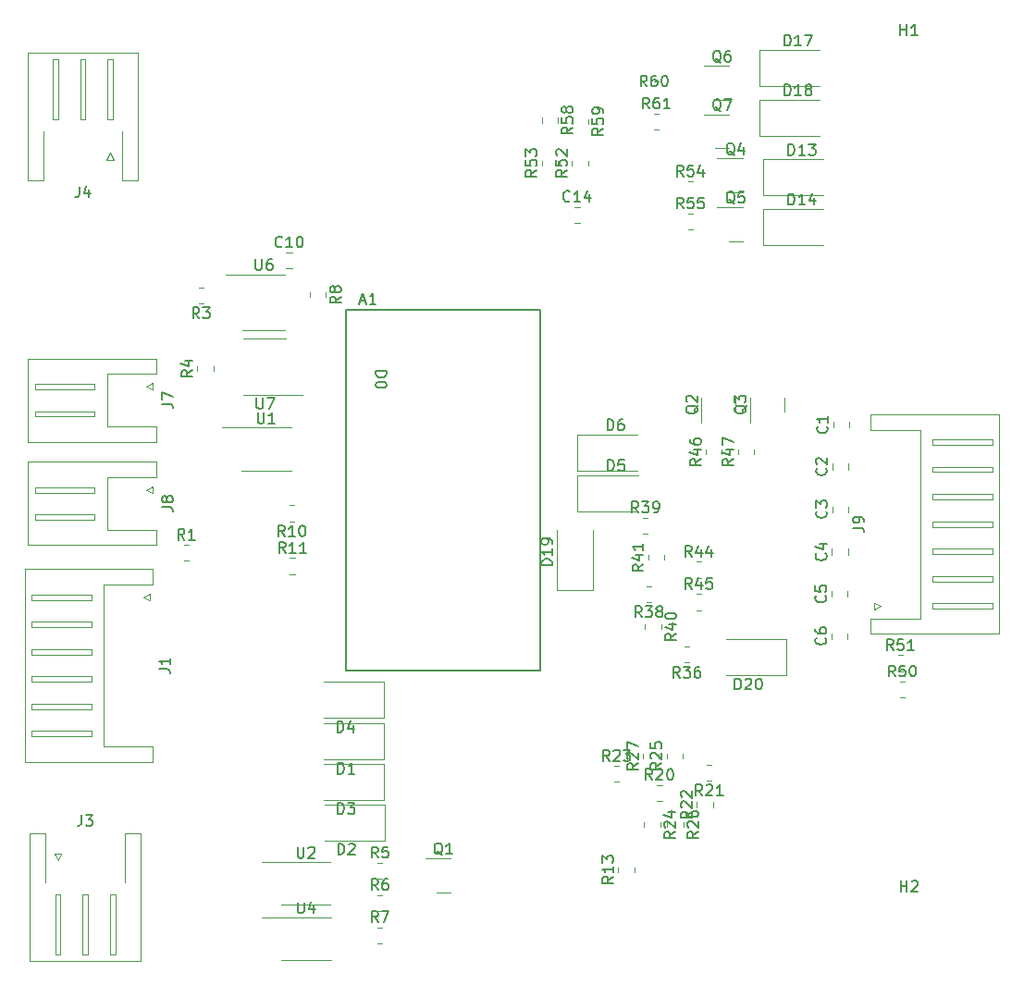
<source format=gbr>
%TF.GenerationSoftware,KiCad,Pcbnew,7.0.9*%
%TF.CreationDate,2024-01-08T18:19:43+05:30*%
%TF.ProjectId,BMS OPAMP,424d5320-4f50-4414-9d50-2e6b69636164,rev?*%
%TF.SameCoordinates,Original*%
%TF.FileFunction,Legend,Top*%
%TF.FilePolarity,Positive*%
%FSLAX46Y46*%
G04 Gerber Fmt 4.6, Leading zero omitted, Abs format (unit mm)*
G04 Created by KiCad (PCBNEW 7.0.9) date 2024-01-08 18:19:43*
%MOMM*%
%LPD*%
G01*
G04 APERTURE LIST*
%ADD10C,0.150000*%
%ADD11C,0.120000*%
G04 APERTURE END LIST*
D10*
X77163819Y-92387657D02*
X76687628Y-92720990D01*
X77163819Y-92959085D02*
X76163819Y-92959085D01*
X76163819Y-92959085D02*
X76163819Y-92578133D01*
X76163819Y-92578133D02*
X76211438Y-92482895D01*
X76211438Y-92482895D02*
X76259057Y-92435276D01*
X76259057Y-92435276D02*
X76354295Y-92387657D01*
X76354295Y-92387657D02*
X76497152Y-92387657D01*
X76497152Y-92387657D02*
X76592390Y-92435276D01*
X76592390Y-92435276D02*
X76640009Y-92482895D01*
X76640009Y-92482895D02*
X76687628Y-92578133D01*
X76687628Y-92578133D02*
X76687628Y-92959085D01*
X77163819Y-91435276D02*
X77163819Y-92006704D01*
X77163819Y-91720990D02*
X76163819Y-91720990D01*
X76163819Y-91720990D02*
X76306676Y-91816228D01*
X76306676Y-91816228D02*
X76401914Y-91911466D01*
X76401914Y-91911466D02*
X76449533Y-92006704D01*
X76163819Y-91101942D02*
X76163819Y-90482895D01*
X76163819Y-90482895D02*
X76544771Y-90816228D01*
X76544771Y-90816228D02*
X76544771Y-90673371D01*
X76544771Y-90673371D02*
X76592390Y-90578133D01*
X76592390Y-90578133D02*
X76640009Y-90530514D01*
X76640009Y-90530514D02*
X76735247Y-90482895D01*
X76735247Y-90482895D02*
X76973342Y-90482895D01*
X76973342Y-90482895D02*
X77068580Y-90530514D01*
X77068580Y-90530514D02*
X77116200Y-90578133D01*
X77116200Y-90578133D02*
X77163819Y-90673371D01*
X77163819Y-90673371D02*
X77163819Y-90959085D01*
X77163819Y-90959085D02*
X77116200Y-91054323D01*
X77116200Y-91054323D02*
X77068580Y-91101942D01*
X103454295Y-15355619D02*
X103454295Y-14355619D01*
X103454295Y-14831809D02*
X104025723Y-14831809D01*
X104025723Y-15355619D02*
X104025723Y-14355619D01*
X105025723Y-15355619D02*
X104454295Y-15355619D01*
X104740009Y-15355619D02*
X104740009Y-14355619D01*
X104740009Y-14355619D02*
X104644771Y-14498476D01*
X104644771Y-14498476D02*
X104549533Y-14593714D01*
X104549533Y-14593714D02*
X104454295Y-14641333D01*
X37923933Y-61542819D02*
X37590600Y-61066628D01*
X37352505Y-61542819D02*
X37352505Y-60542819D01*
X37352505Y-60542819D02*
X37733457Y-60542819D01*
X37733457Y-60542819D02*
X37828695Y-60590438D01*
X37828695Y-60590438D02*
X37876314Y-60638057D01*
X37876314Y-60638057D02*
X37923933Y-60733295D01*
X37923933Y-60733295D02*
X37923933Y-60876152D01*
X37923933Y-60876152D02*
X37876314Y-60971390D01*
X37876314Y-60971390D02*
X37828695Y-61019009D01*
X37828695Y-61019009D02*
X37733457Y-61066628D01*
X37733457Y-61066628D02*
X37352505Y-61066628D01*
X38876314Y-61542819D02*
X38304886Y-61542819D01*
X38590600Y-61542819D02*
X38590600Y-60542819D01*
X38590600Y-60542819D02*
X38495362Y-60685676D01*
X38495362Y-60685676D02*
X38400124Y-60780914D01*
X38400124Y-60780914D02*
X38304886Y-60828533D01*
X80241078Y-20036219D02*
X79907745Y-19560028D01*
X79669650Y-20036219D02*
X79669650Y-19036219D01*
X79669650Y-19036219D02*
X80050602Y-19036219D01*
X80050602Y-19036219D02*
X80145840Y-19083838D01*
X80145840Y-19083838D02*
X80193459Y-19131457D01*
X80193459Y-19131457D02*
X80241078Y-19226695D01*
X80241078Y-19226695D02*
X80241078Y-19369552D01*
X80241078Y-19369552D02*
X80193459Y-19464790D01*
X80193459Y-19464790D02*
X80145840Y-19512409D01*
X80145840Y-19512409D02*
X80050602Y-19560028D01*
X80050602Y-19560028D02*
X79669650Y-19560028D01*
X81098221Y-19036219D02*
X80907745Y-19036219D01*
X80907745Y-19036219D02*
X80812507Y-19083838D01*
X80812507Y-19083838D02*
X80764888Y-19131457D01*
X80764888Y-19131457D02*
X80669650Y-19274314D01*
X80669650Y-19274314D02*
X80622031Y-19464790D01*
X80622031Y-19464790D02*
X80622031Y-19845742D01*
X80622031Y-19845742D02*
X80669650Y-19940980D01*
X80669650Y-19940980D02*
X80717269Y-19988600D01*
X80717269Y-19988600D02*
X80812507Y-20036219D01*
X80812507Y-20036219D02*
X81002983Y-20036219D01*
X81002983Y-20036219D02*
X81098221Y-19988600D01*
X81098221Y-19988600D02*
X81145840Y-19940980D01*
X81145840Y-19940980D02*
X81193459Y-19845742D01*
X81193459Y-19845742D02*
X81193459Y-19607647D01*
X81193459Y-19607647D02*
X81145840Y-19512409D01*
X81145840Y-19512409D02*
X81098221Y-19464790D01*
X81098221Y-19464790D02*
X81002983Y-19417171D01*
X81002983Y-19417171D02*
X80812507Y-19417171D01*
X80812507Y-19417171D02*
X80717269Y-19464790D01*
X80717269Y-19464790D02*
X80669650Y-19512409D01*
X80669650Y-19512409D02*
X80622031Y-19607647D01*
X81812507Y-19036219D02*
X81907745Y-19036219D01*
X81907745Y-19036219D02*
X82002983Y-19083838D01*
X82002983Y-19083838D02*
X82050602Y-19131457D01*
X82050602Y-19131457D02*
X82098221Y-19226695D01*
X82098221Y-19226695D02*
X82145840Y-19417171D01*
X82145840Y-19417171D02*
X82145840Y-19655266D01*
X82145840Y-19655266D02*
X82098221Y-19845742D01*
X82098221Y-19845742D02*
X82050602Y-19940980D01*
X82050602Y-19940980D02*
X82002983Y-19988600D01*
X82002983Y-19988600D02*
X81907745Y-20036219D01*
X81907745Y-20036219D02*
X81812507Y-20036219D01*
X81812507Y-20036219D02*
X81717269Y-19988600D01*
X81717269Y-19988600D02*
X81669650Y-19940980D01*
X81669650Y-19940980D02*
X81622031Y-19845742D01*
X81622031Y-19845742D02*
X81574412Y-19655266D01*
X81574412Y-19655266D02*
X81574412Y-19417171D01*
X81574412Y-19417171D02*
X81622031Y-19226695D01*
X81622031Y-19226695D02*
X81669650Y-19131457D01*
X81669650Y-19131457D02*
X81717269Y-19083838D01*
X81717269Y-19083838D02*
X81812507Y-19036219D01*
X55637133Y-96551219D02*
X55303800Y-96075028D01*
X55065705Y-96551219D02*
X55065705Y-95551219D01*
X55065705Y-95551219D02*
X55446657Y-95551219D01*
X55446657Y-95551219D02*
X55541895Y-95598838D01*
X55541895Y-95598838D02*
X55589514Y-95646457D01*
X55589514Y-95646457D02*
X55637133Y-95741695D01*
X55637133Y-95741695D02*
X55637133Y-95884552D01*
X55637133Y-95884552D02*
X55589514Y-95979790D01*
X55589514Y-95979790D02*
X55541895Y-96027409D01*
X55541895Y-96027409D02*
X55446657Y-96075028D01*
X55446657Y-96075028D02*
X55065705Y-96075028D01*
X55970467Y-95551219D02*
X56637133Y-95551219D01*
X56637133Y-95551219D02*
X56208562Y-96551219D01*
X84345542Y-63092219D02*
X84012209Y-62616028D01*
X83774114Y-63092219D02*
X83774114Y-62092219D01*
X83774114Y-62092219D02*
X84155066Y-62092219D01*
X84155066Y-62092219D02*
X84250304Y-62139838D01*
X84250304Y-62139838D02*
X84297923Y-62187457D01*
X84297923Y-62187457D02*
X84345542Y-62282695D01*
X84345542Y-62282695D02*
X84345542Y-62425552D01*
X84345542Y-62425552D02*
X84297923Y-62520790D01*
X84297923Y-62520790D02*
X84250304Y-62568409D01*
X84250304Y-62568409D02*
X84155066Y-62616028D01*
X84155066Y-62616028D02*
X83774114Y-62616028D01*
X85202685Y-62425552D02*
X85202685Y-63092219D01*
X84964590Y-62044600D02*
X84726495Y-62758885D01*
X84726495Y-62758885D02*
X85345542Y-62758885D01*
X86155066Y-62425552D02*
X86155066Y-63092219D01*
X85916971Y-62044600D02*
X85678876Y-62758885D01*
X85678876Y-62758885D02*
X86297923Y-62758885D01*
X38632019Y-46039066D02*
X38155828Y-46372399D01*
X38632019Y-46610494D02*
X37632019Y-46610494D01*
X37632019Y-46610494D02*
X37632019Y-46229542D01*
X37632019Y-46229542D02*
X37679638Y-46134304D01*
X37679638Y-46134304D02*
X37727257Y-46086685D01*
X37727257Y-46086685D02*
X37822495Y-46039066D01*
X37822495Y-46039066D02*
X37965352Y-46039066D01*
X37965352Y-46039066D02*
X38060590Y-46086685D01*
X38060590Y-46086685D02*
X38108209Y-46134304D01*
X38108209Y-46134304D02*
X38155828Y-46229542D01*
X38155828Y-46229542D02*
X38155828Y-46610494D01*
X37965352Y-45181923D02*
X38632019Y-45181923D01*
X37584400Y-45420018D02*
X38298685Y-45658113D01*
X38298685Y-45658113D02*
X38298685Y-45039066D01*
X84959619Y-88247457D02*
X84483428Y-88580790D01*
X84959619Y-88818885D02*
X83959619Y-88818885D01*
X83959619Y-88818885D02*
X83959619Y-88437933D01*
X83959619Y-88437933D02*
X84007238Y-88342695D01*
X84007238Y-88342695D02*
X84054857Y-88295076D01*
X84054857Y-88295076D02*
X84150095Y-88247457D01*
X84150095Y-88247457D02*
X84292952Y-88247457D01*
X84292952Y-88247457D02*
X84388190Y-88295076D01*
X84388190Y-88295076D02*
X84435809Y-88342695D01*
X84435809Y-88342695D02*
X84483428Y-88437933D01*
X84483428Y-88437933D02*
X84483428Y-88818885D01*
X84054857Y-87866504D02*
X84007238Y-87818885D01*
X84007238Y-87818885D02*
X83959619Y-87723647D01*
X83959619Y-87723647D02*
X83959619Y-87485552D01*
X83959619Y-87485552D02*
X84007238Y-87390314D01*
X84007238Y-87390314D02*
X84054857Y-87342695D01*
X84054857Y-87342695D02*
X84150095Y-87295076D01*
X84150095Y-87295076D02*
X84245333Y-87295076D01*
X84245333Y-87295076D02*
X84388190Y-87342695D01*
X84388190Y-87342695D02*
X84959619Y-87914123D01*
X84959619Y-87914123D02*
X84959619Y-87295076D01*
X83959619Y-86437933D02*
X83959619Y-86628409D01*
X83959619Y-86628409D02*
X84007238Y-86723647D01*
X84007238Y-86723647D02*
X84054857Y-86771266D01*
X84054857Y-86771266D02*
X84197714Y-86866504D01*
X84197714Y-86866504D02*
X84388190Y-86914123D01*
X84388190Y-86914123D02*
X84769142Y-86914123D01*
X84769142Y-86914123D02*
X84864380Y-86866504D01*
X84864380Y-86866504D02*
X84912000Y-86818885D01*
X84912000Y-86818885D02*
X84959619Y-86723647D01*
X84959619Y-86723647D02*
X84959619Y-86533171D01*
X84959619Y-86533171D02*
X84912000Y-86437933D01*
X84912000Y-86437933D02*
X84864380Y-86390314D01*
X84864380Y-86390314D02*
X84769142Y-86342695D01*
X84769142Y-86342695D02*
X84531047Y-86342695D01*
X84531047Y-86342695D02*
X84435809Y-86390314D01*
X84435809Y-86390314D02*
X84388190Y-86437933D01*
X84388190Y-86437933D02*
X84340571Y-86533171D01*
X84340571Y-86533171D02*
X84340571Y-86723647D01*
X84340571Y-86723647D02*
X84388190Y-86818885D01*
X84388190Y-86818885D02*
X84435809Y-86866504D01*
X84435809Y-86866504D02*
X84531047Y-86914123D01*
X54022714Y-39666104D02*
X54498904Y-39666104D01*
X53927476Y-39951819D02*
X54260809Y-38951819D01*
X54260809Y-38951819D02*
X54594142Y-39951819D01*
X55451285Y-39951819D02*
X54879857Y-39951819D01*
X55165571Y-39951819D02*
X55165571Y-38951819D01*
X55165571Y-38951819D02*
X55070333Y-39094676D01*
X55070333Y-39094676D02*
X54975095Y-39189914D01*
X54975095Y-39189914D02*
X54879857Y-39237533D01*
X55425180Y-46124905D02*
X56425180Y-46124905D01*
X56425180Y-46124905D02*
X56425180Y-46363000D01*
X56425180Y-46363000D02*
X56377561Y-46505857D01*
X56377561Y-46505857D02*
X56282323Y-46601095D01*
X56282323Y-46601095D02*
X56187085Y-46648714D01*
X56187085Y-46648714D02*
X55996609Y-46696333D01*
X55996609Y-46696333D02*
X55853752Y-46696333D01*
X55853752Y-46696333D02*
X55663276Y-46648714D01*
X55663276Y-46648714D02*
X55568038Y-46601095D01*
X55568038Y-46601095D02*
X55472800Y-46505857D01*
X55472800Y-46505857D02*
X55425180Y-46363000D01*
X55425180Y-46363000D02*
X55425180Y-46124905D01*
X56425180Y-47315381D02*
X56425180Y-47410619D01*
X56425180Y-47410619D02*
X56377561Y-47505857D01*
X56377561Y-47505857D02*
X56329942Y-47553476D01*
X56329942Y-47553476D02*
X56234704Y-47601095D01*
X56234704Y-47601095D02*
X56044228Y-47648714D01*
X56044228Y-47648714D02*
X55806133Y-47648714D01*
X55806133Y-47648714D02*
X55615657Y-47601095D01*
X55615657Y-47601095D02*
X55520419Y-47553476D01*
X55520419Y-47553476D02*
X55472800Y-47505857D01*
X55472800Y-47505857D02*
X55425180Y-47410619D01*
X55425180Y-47410619D02*
X55425180Y-47315381D01*
X55425180Y-47315381D02*
X55472800Y-47220143D01*
X55472800Y-47220143D02*
X55520419Y-47172524D01*
X55520419Y-47172524D02*
X55615657Y-47124905D01*
X55615657Y-47124905D02*
X55806133Y-47077286D01*
X55806133Y-47077286D02*
X56044228Y-47077286D01*
X56044228Y-47077286D02*
X56234704Y-47124905D01*
X56234704Y-47124905D02*
X56329942Y-47172524D01*
X56329942Y-47172524D02*
X56377561Y-47220143D01*
X56377561Y-47220143D02*
X56425180Y-47315381D01*
X73194342Y-30505780D02*
X73146723Y-30553400D01*
X73146723Y-30553400D02*
X73003866Y-30601019D01*
X73003866Y-30601019D02*
X72908628Y-30601019D01*
X72908628Y-30601019D02*
X72765771Y-30553400D01*
X72765771Y-30553400D02*
X72670533Y-30458161D01*
X72670533Y-30458161D02*
X72622914Y-30362923D01*
X72622914Y-30362923D02*
X72575295Y-30172447D01*
X72575295Y-30172447D02*
X72575295Y-30029590D01*
X72575295Y-30029590D02*
X72622914Y-29839114D01*
X72622914Y-29839114D02*
X72670533Y-29743876D01*
X72670533Y-29743876D02*
X72765771Y-29648638D01*
X72765771Y-29648638D02*
X72908628Y-29601019D01*
X72908628Y-29601019D02*
X73003866Y-29601019D01*
X73003866Y-29601019D02*
X73146723Y-29648638D01*
X73146723Y-29648638D02*
X73194342Y-29696257D01*
X74146723Y-30601019D02*
X73575295Y-30601019D01*
X73861009Y-30601019D02*
X73861009Y-29601019D01*
X73861009Y-29601019D02*
X73765771Y-29743876D01*
X73765771Y-29743876D02*
X73670533Y-29839114D01*
X73670533Y-29839114D02*
X73575295Y-29886733D01*
X75003866Y-29934352D02*
X75003866Y-30601019D01*
X74765771Y-29553400D02*
X74527676Y-30267685D01*
X74527676Y-30267685D02*
X75146723Y-30267685D01*
X35593819Y-73385333D02*
X36308104Y-73385333D01*
X36308104Y-73385333D02*
X36450961Y-73432952D01*
X36450961Y-73432952D02*
X36546200Y-73528190D01*
X36546200Y-73528190D02*
X36593819Y-73671047D01*
X36593819Y-73671047D02*
X36593819Y-73766285D01*
X36593819Y-72385333D02*
X36593819Y-72956761D01*
X36593819Y-72671047D02*
X35593819Y-72671047D01*
X35593819Y-72671047D02*
X35736676Y-72766285D01*
X35736676Y-72766285D02*
X35831914Y-72861523D01*
X35831914Y-72861523D02*
X35879533Y-72956761D01*
X70152819Y-27693857D02*
X69676628Y-28027190D01*
X70152819Y-28265285D02*
X69152819Y-28265285D01*
X69152819Y-28265285D02*
X69152819Y-27884333D01*
X69152819Y-27884333D02*
X69200438Y-27789095D01*
X69200438Y-27789095D02*
X69248057Y-27741476D01*
X69248057Y-27741476D02*
X69343295Y-27693857D01*
X69343295Y-27693857D02*
X69486152Y-27693857D01*
X69486152Y-27693857D02*
X69581390Y-27741476D01*
X69581390Y-27741476D02*
X69629009Y-27789095D01*
X69629009Y-27789095D02*
X69676628Y-27884333D01*
X69676628Y-27884333D02*
X69676628Y-28265285D01*
X69152819Y-26789095D02*
X69152819Y-27265285D01*
X69152819Y-27265285D02*
X69629009Y-27312904D01*
X69629009Y-27312904D02*
X69581390Y-27265285D01*
X69581390Y-27265285D02*
X69533771Y-27170047D01*
X69533771Y-27170047D02*
X69533771Y-26931952D01*
X69533771Y-26931952D02*
X69581390Y-26836714D01*
X69581390Y-26836714D02*
X69629009Y-26789095D01*
X69629009Y-26789095D02*
X69724247Y-26741476D01*
X69724247Y-26741476D02*
X69962342Y-26741476D01*
X69962342Y-26741476D02*
X70057580Y-26789095D01*
X70057580Y-26789095D02*
X70105200Y-26836714D01*
X70105200Y-26836714D02*
X70152819Y-26931952D01*
X70152819Y-26931952D02*
X70152819Y-27170047D01*
X70152819Y-27170047D02*
X70105200Y-27265285D01*
X70105200Y-27265285D02*
X70057580Y-27312904D01*
X69152819Y-26408142D02*
X69152819Y-25789095D01*
X69152819Y-25789095D02*
X69533771Y-26122428D01*
X69533771Y-26122428D02*
X69533771Y-25979571D01*
X69533771Y-25979571D02*
X69581390Y-25884333D01*
X69581390Y-25884333D02*
X69629009Y-25836714D01*
X69629009Y-25836714D02*
X69724247Y-25789095D01*
X69724247Y-25789095D02*
X69962342Y-25789095D01*
X69962342Y-25789095D02*
X70057580Y-25836714D01*
X70057580Y-25836714D02*
X70105200Y-25884333D01*
X70105200Y-25884333D02*
X70152819Y-25979571D01*
X70152819Y-25979571D02*
X70152819Y-26265285D01*
X70152819Y-26265285D02*
X70105200Y-26360523D01*
X70105200Y-26360523D02*
X70057580Y-26408142D01*
X96571180Y-66663866D02*
X96618800Y-66711485D01*
X96618800Y-66711485D02*
X96666419Y-66854342D01*
X96666419Y-66854342D02*
X96666419Y-66949580D01*
X96666419Y-66949580D02*
X96618800Y-67092437D01*
X96618800Y-67092437D02*
X96523561Y-67187675D01*
X96523561Y-67187675D02*
X96428323Y-67235294D01*
X96428323Y-67235294D02*
X96237847Y-67282913D01*
X96237847Y-67282913D02*
X96094990Y-67282913D01*
X96094990Y-67282913D02*
X95904514Y-67235294D01*
X95904514Y-67235294D02*
X95809276Y-67187675D01*
X95809276Y-67187675D02*
X95714038Y-67092437D01*
X95714038Y-67092437D02*
X95666419Y-66949580D01*
X95666419Y-66949580D02*
X95666419Y-66854342D01*
X95666419Y-66854342D02*
X95714038Y-66711485D01*
X95714038Y-66711485D02*
X95761657Y-66663866D01*
X95666419Y-65759104D02*
X95666419Y-66235294D01*
X95666419Y-66235294D02*
X96142609Y-66282913D01*
X96142609Y-66282913D02*
X96094990Y-66235294D01*
X96094990Y-66235294D02*
X96047371Y-66140056D01*
X96047371Y-66140056D02*
X96047371Y-65901961D01*
X96047371Y-65901961D02*
X96094990Y-65806723D01*
X96094990Y-65806723D02*
X96142609Y-65759104D01*
X96142609Y-65759104D02*
X96237847Y-65711485D01*
X96237847Y-65711485D02*
X96475942Y-65711485D01*
X96475942Y-65711485D02*
X96571180Y-65759104D01*
X96571180Y-65759104D02*
X96618800Y-65806723D01*
X96618800Y-65806723D02*
X96666419Y-65901961D01*
X96666419Y-65901961D02*
X96666419Y-66140056D01*
X96666419Y-66140056D02*
X96618800Y-66235294D01*
X96618800Y-66235294D02*
X96571180Y-66282913D01*
X44424695Y-35856619D02*
X44424695Y-36666142D01*
X44424695Y-36666142D02*
X44472314Y-36761380D01*
X44472314Y-36761380D02*
X44519933Y-36809000D01*
X44519933Y-36809000D02*
X44615171Y-36856619D01*
X44615171Y-36856619D02*
X44805647Y-36856619D01*
X44805647Y-36856619D02*
X44900885Y-36809000D01*
X44900885Y-36809000D02*
X44948504Y-36761380D01*
X44948504Y-36761380D02*
X44996123Y-36666142D01*
X44996123Y-36666142D02*
X44996123Y-35856619D01*
X45900885Y-35856619D02*
X45710409Y-35856619D01*
X45710409Y-35856619D02*
X45615171Y-35904238D01*
X45615171Y-35904238D02*
X45567552Y-35951857D01*
X45567552Y-35951857D02*
X45472314Y-36094714D01*
X45472314Y-36094714D02*
X45424695Y-36285190D01*
X45424695Y-36285190D02*
X45424695Y-36666142D01*
X45424695Y-36666142D02*
X45472314Y-36761380D01*
X45472314Y-36761380D02*
X45519933Y-36809000D01*
X45519933Y-36809000D02*
X45615171Y-36856619D01*
X45615171Y-36856619D02*
X45805647Y-36856619D01*
X45805647Y-36856619D02*
X45900885Y-36809000D01*
X45900885Y-36809000D02*
X45948504Y-36761380D01*
X45948504Y-36761380D02*
X45996123Y-36666142D01*
X45996123Y-36666142D02*
X45996123Y-36428047D01*
X45996123Y-36428047D02*
X45948504Y-36332809D01*
X45948504Y-36332809D02*
X45900885Y-36285190D01*
X45900885Y-36285190D02*
X45805647Y-36237571D01*
X45805647Y-36237571D02*
X45615171Y-36237571D01*
X45615171Y-36237571D02*
X45519933Y-36285190D01*
X45519933Y-36285190D02*
X45472314Y-36332809D01*
X45472314Y-36332809D02*
X45424695Y-36428047D01*
X79907019Y-63812657D02*
X79430828Y-64145990D01*
X79907019Y-64384085D02*
X78907019Y-64384085D01*
X78907019Y-64384085D02*
X78907019Y-64003133D01*
X78907019Y-64003133D02*
X78954638Y-63907895D01*
X78954638Y-63907895D02*
X79002257Y-63860276D01*
X79002257Y-63860276D02*
X79097495Y-63812657D01*
X79097495Y-63812657D02*
X79240352Y-63812657D01*
X79240352Y-63812657D02*
X79335590Y-63860276D01*
X79335590Y-63860276D02*
X79383209Y-63907895D01*
X79383209Y-63907895D02*
X79430828Y-64003133D01*
X79430828Y-64003133D02*
X79430828Y-64384085D01*
X79240352Y-62955514D02*
X79907019Y-62955514D01*
X78859400Y-63193609D02*
X79573685Y-63431704D01*
X79573685Y-63431704D02*
X79573685Y-62812657D01*
X79907019Y-61907895D02*
X79907019Y-62479323D01*
X79907019Y-62193609D02*
X78907019Y-62193609D01*
X78907019Y-62193609D02*
X79049876Y-62288847D01*
X79049876Y-62288847D02*
X79145114Y-62384085D01*
X79145114Y-62384085D02*
X79192733Y-62479323D01*
X87026161Y-22310457D02*
X86930923Y-22262838D01*
X86930923Y-22262838D02*
X86835685Y-22167600D01*
X86835685Y-22167600D02*
X86692828Y-22024742D01*
X86692828Y-22024742D02*
X86597590Y-21977123D01*
X86597590Y-21977123D02*
X86502352Y-21977123D01*
X86549971Y-22215219D02*
X86454733Y-22167600D01*
X86454733Y-22167600D02*
X86359495Y-22072361D01*
X86359495Y-22072361D02*
X86311876Y-21881885D01*
X86311876Y-21881885D02*
X86311876Y-21548552D01*
X86311876Y-21548552D02*
X86359495Y-21358076D01*
X86359495Y-21358076D02*
X86454733Y-21262838D01*
X86454733Y-21262838D02*
X86549971Y-21215219D01*
X86549971Y-21215219D02*
X86740447Y-21215219D01*
X86740447Y-21215219D02*
X86835685Y-21262838D01*
X86835685Y-21262838D02*
X86930923Y-21358076D01*
X86930923Y-21358076D02*
X86978542Y-21548552D01*
X86978542Y-21548552D02*
X86978542Y-21881885D01*
X86978542Y-21881885D02*
X86930923Y-22072361D01*
X86930923Y-22072361D02*
X86835685Y-22167600D01*
X86835685Y-22167600D02*
X86740447Y-22215219D01*
X86740447Y-22215219D02*
X86549971Y-22215219D01*
X87311876Y-21215219D02*
X87978542Y-21215219D01*
X87978542Y-21215219D02*
X87549971Y-22215219D01*
X82927619Y-70137257D02*
X82451428Y-70470590D01*
X82927619Y-70708685D02*
X81927619Y-70708685D01*
X81927619Y-70708685D02*
X81927619Y-70327733D01*
X81927619Y-70327733D02*
X81975238Y-70232495D01*
X81975238Y-70232495D02*
X82022857Y-70184876D01*
X82022857Y-70184876D02*
X82118095Y-70137257D01*
X82118095Y-70137257D02*
X82260952Y-70137257D01*
X82260952Y-70137257D02*
X82356190Y-70184876D01*
X82356190Y-70184876D02*
X82403809Y-70232495D01*
X82403809Y-70232495D02*
X82451428Y-70327733D01*
X82451428Y-70327733D02*
X82451428Y-70708685D01*
X82260952Y-69280114D02*
X82927619Y-69280114D01*
X81880000Y-69518209D02*
X82594285Y-69756304D01*
X82594285Y-69756304D02*
X82594285Y-69137257D01*
X81927619Y-68565828D02*
X81927619Y-68470590D01*
X81927619Y-68470590D02*
X81975238Y-68375352D01*
X81975238Y-68375352D02*
X82022857Y-68327733D01*
X82022857Y-68327733D02*
X82118095Y-68280114D01*
X82118095Y-68280114D02*
X82308571Y-68232495D01*
X82308571Y-68232495D02*
X82546666Y-68232495D01*
X82546666Y-68232495D02*
X82737142Y-68280114D01*
X82737142Y-68280114D02*
X82832380Y-68327733D01*
X82832380Y-68327733D02*
X82880000Y-68375352D01*
X82880000Y-68375352D02*
X82927619Y-68470590D01*
X82927619Y-68470590D02*
X82927619Y-68565828D01*
X82927619Y-68565828D02*
X82880000Y-68661066D01*
X82880000Y-68661066D02*
X82832380Y-68708685D01*
X82832380Y-68708685D02*
X82737142Y-68756304D01*
X82737142Y-68756304D02*
X82546666Y-68803923D01*
X82546666Y-68803923D02*
X82308571Y-68803923D01*
X82308571Y-68803923D02*
X82118095Y-68756304D01*
X82118095Y-68756304D02*
X82022857Y-68708685D01*
X82022857Y-68708685D02*
X81975238Y-68661066D01*
X81975238Y-68661066D02*
X81927619Y-68565828D01*
X47159942Y-62762019D02*
X46826609Y-62285828D01*
X46588514Y-62762019D02*
X46588514Y-61762019D01*
X46588514Y-61762019D02*
X46969466Y-61762019D01*
X46969466Y-61762019D02*
X47064704Y-61809638D01*
X47064704Y-61809638D02*
X47112323Y-61857257D01*
X47112323Y-61857257D02*
X47159942Y-61952495D01*
X47159942Y-61952495D02*
X47159942Y-62095352D01*
X47159942Y-62095352D02*
X47112323Y-62190590D01*
X47112323Y-62190590D02*
X47064704Y-62238209D01*
X47064704Y-62238209D02*
X46969466Y-62285828D01*
X46969466Y-62285828D02*
X46588514Y-62285828D01*
X48112323Y-62762019D02*
X47540895Y-62762019D01*
X47826609Y-62762019D02*
X47826609Y-61762019D01*
X47826609Y-61762019D02*
X47731371Y-61904876D01*
X47731371Y-61904876D02*
X47636133Y-62000114D01*
X47636133Y-62000114D02*
X47540895Y-62047733D01*
X49064704Y-62762019D02*
X48493276Y-62762019D01*
X48778990Y-62762019D02*
X48778990Y-61762019D01*
X48778990Y-61762019D02*
X48683752Y-61904876D01*
X48683752Y-61904876D02*
X48588514Y-62000114D01*
X48588514Y-62000114D02*
X48493276Y-62047733D01*
X82826019Y-88272857D02*
X82349828Y-88606190D01*
X82826019Y-88844285D02*
X81826019Y-88844285D01*
X81826019Y-88844285D02*
X81826019Y-88463333D01*
X81826019Y-88463333D02*
X81873638Y-88368095D01*
X81873638Y-88368095D02*
X81921257Y-88320476D01*
X81921257Y-88320476D02*
X82016495Y-88272857D01*
X82016495Y-88272857D02*
X82159352Y-88272857D01*
X82159352Y-88272857D02*
X82254590Y-88320476D01*
X82254590Y-88320476D02*
X82302209Y-88368095D01*
X82302209Y-88368095D02*
X82349828Y-88463333D01*
X82349828Y-88463333D02*
X82349828Y-88844285D01*
X81921257Y-87891904D02*
X81873638Y-87844285D01*
X81873638Y-87844285D02*
X81826019Y-87749047D01*
X81826019Y-87749047D02*
X81826019Y-87510952D01*
X81826019Y-87510952D02*
X81873638Y-87415714D01*
X81873638Y-87415714D02*
X81921257Y-87368095D01*
X81921257Y-87368095D02*
X82016495Y-87320476D01*
X82016495Y-87320476D02*
X82111733Y-87320476D01*
X82111733Y-87320476D02*
X82254590Y-87368095D01*
X82254590Y-87368095D02*
X82826019Y-87939523D01*
X82826019Y-87939523D02*
X82826019Y-87320476D01*
X82159352Y-86463333D02*
X82826019Y-86463333D01*
X81778400Y-86701428D02*
X82492685Y-86939523D01*
X82492685Y-86939523D02*
X82492685Y-86320476D01*
X102801942Y-71652019D02*
X102468609Y-71175828D01*
X102230514Y-71652019D02*
X102230514Y-70652019D01*
X102230514Y-70652019D02*
X102611466Y-70652019D01*
X102611466Y-70652019D02*
X102706704Y-70699638D01*
X102706704Y-70699638D02*
X102754323Y-70747257D01*
X102754323Y-70747257D02*
X102801942Y-70842495D01*
X102801942Y-70842495D02*
X102801942Y-70985352D01*
X102801942Y-70985352D02*
X102754323Y-71080590D01*
X102754323Y-71080590D02*
X102706704Y-71128209D01*
X102706704Y-71128209D02*
X102611466Y-71175828D01*
X102611466Y-71175828D02*
X102230514Y-71175828D01*
X103706704Y-70652019D02*
X103230514Y-70652019D01*
X103230514Y-70652019D02*
X103182895Y-71128209D01*
X103182895Y-71128209D02*
X103230514Y-71080590D01*
X103230514Y-71080590D02*
X103325752Y-71032971D01*
X103325752Y-71032971D02*
X103563847Y-71032971D01*
X103563847Y-71032971D02*
X103659085Y-71080590D01*
X103659085Y-71080590D02*
X103706704Y-71128209D01*
X103706704Y-71128209D02*
X103754323Y-71223447D01*
X103754323Y-71223447D02*
X103754323Y-71461542D01*
X103754323Y-71461542D02*
X103706704Y-71556780D01*
X103706704Y-71556780D02*
X103659085Y-71604400D01*
X103659085Y-71604400D02*
X103563847Y-71652019D01*
X103563847Y-71652019D02*
X103325752Y-71652019D01*
X103325752Y-71652019D02*
X103230514Y-71604400D01*
X103230514Y-71604400D02*
X103182895Y-71556780D01*
X104706704Y-71652019D02*
X104135276Y-71652019D01*
X104420990Y-71652019D02*
X104420990Y-70652019D01*
X104420990Y-70652019D02*
X104325752Y-70794876D01*
X104325752Y-70794876D02*
X104230514Y-70890114D01*
X104230514Y-70890114D02*
X104135276Y-70937733D01*
X39270133Y-41271619D02*
X38936800Y-40795428D01*
X38698705Y-41271619D02*
X38698705Y-40271619D01*
X38698705Y-40271619D02*
X39079657Y-40271619D01*
X39079657Y-40271619D02*
X39174895Y-40319238D01*
X39174895Y-40319238D02*
X39222514Y-40366857D01*
X39222514Y-40366857D02*
X39270133Y-40462095D01*
X39270133Y-40462095D02*
X39270133Y-40604952D01*
X39270133Y-40604952D02*
X39222514Y-40700190D01*
X39222514Y-40700190D02*
X39174895Y-40747809D01*
X39174895Y-40747809D02*
X39079657Y-40795428D01*
X39079657Y-40795428D02*
X38698705Y-40795428D01*
X39603467Y-40271619D02*
X40222514Y-40271619D01*
X40222514Y-40271619D02*
X39889181Y-40652571D01*
X39889181Y-40652571D02*
X40032038Y-40652571D01*
X40032038Y-40652571D02*
X40127276Y-40700190D01*
X40127276Y-40700190D02*
X40174895Y-40747809D01*
X40174895Y-40747809D02*
X40222514Y-40843047D01*
X40222514Y-40843047D02*
X40222514Y-41081142D01*
X40222514Y-41081142D02*
X40174895Y-41176380D01*
X40174895Y-41176380D02*
X40127276Y-41224000D01*
X40127276Y-41224000D02*
X40032038Y-41271619D01*
X40032038Y-41271619D02*
X39746324Y-41271619D01*
X39746324Y-41271619D02*
X39651086Y-41224000D01*
X39651086Y-41224000D02*
X39603467Y-41176380D01*
X44629095Y-49893219D02*
X44629095Y-50702742D01*
X44629095Y-50702742D02*
X44676714Y-50797980D01*
X44676714Y-50797980D02*
X44724333Y-50845600D01*
X44724333Y-50845600D02*
X44819571Y-50893219D01*
X44819571Y-50893219D02*
X45010047Y-50893219D01*
X45010047Y-50893219D02*
X45105285Y-50845600D01*
X45105285Y-50845600D02*
X45152904Y-50797980D01*
X45152904Y-50797980D02*
X45200523Y-50702742D01*
X45200523Y-50702742D02*
X45200523Y-49893219D01*
X46200523Y-50893219D02*
X45629095Y-50893219D01*
X45914809Y-50893219D02*
X45914809Y-49893219D01*
X45914809Y-49893219D02*
X45819571Y-50036076D01*
X45819571Y-50036076D02*
X45724333Y-50131314D01*
X45724333Y-50131314D02*
X45629095Y-50178933D01*
X28281666Y-29192819D02*
X28281666Y-29907104D01*
X28281666Y-29907104D02*
X28234047Y-30049961D01*
X28234047Y-30049961D02*
X28138809Y-30145200D01*
X28138809Y-30145200D02*
X27995952Y-30192819D01*
X27995952Y-30192819D02*
X27900714Y-30192819D01*
X29186428Y-29526152D02*
X29186428Y-30192819D01*
X28948333Y-29145200D02*
X28710238Y-29859485D01*
X28710238Y-29859485D02*
X29329285Y-29859485D01*
X83582942Y-31218819D02*
X83249609Y-30742628D01*
X83011514Y-31218819D02*
X83011514Y-30218819D01*
X83011514Y-30218819D02*
X83392466Y-30218819D01*
X83392466Y-30218819D02*
X83487704Y-30266438D01*
X83487704Y-30266438D02*
X83535323Y-30314057D01*
X83535323Y-30314057D02*
X83582942Y-30409295D01*
X83582942Y-30409295D02*
X83582942Y-30552152D01*
X83582942Y-30552152D02*
X83535323Y-30647390D01*
X83535323Y-30647390D02*
X83487704Y-30695009D01*
X83487704Y-30695009D02*
X83392466Y-30742628D01*
X83392466Y-30742628D02*
X83011514Y-30742628D01*
X84487704Y-30218819D02*
X84011514Y-30218819D01*
X84011514Y-30218819D02*
X83963895Y-30695009D01*
X83963895Y-30695009D02*
X84011514Y-30647390D01*
X84011514Y-30647390D02*
X84106752Y-30599771D01*
X84106752Y-30599771D02*
X84344847Y-30599771D01*
X84344847Y-30599771D02*
X84440085Y-30647390D01*
X84440085Y-30647390D02*
X84487704Y-30695009D01*
X84487704Y-30695009D02*
X84535323Y-30790247D01*
X84535323Y-30790247D02*
X84535323Y-31028342D01*
X84535323Y-31028342D02*
X84487704Y-31123580D01*
X84487704Y-31123580D02*
X84440085Y-31171200D01*
X84440085Y-31171200D02*
X84344847Y-31218819D01*
X84344847Y-31218819D02*
X84106752Y-31218819D01*
X84106752Y-31218819D02*
X84011514Y-31171200D01*
X84011514Y-31171200D02*
X83963895Y-31123580D01*
X85440085Y-30218819D02*
X84963895Y-30218819D01*
X84963895Y-30218819D02*
X84916276Y-30695009D01*
X84916276Y-30695009D02*
X84963895Y-30647390D01*
X84963895Y-30647390D02*
X85059133Y-30599771D01*
X85059133Y-30599771D02*
X85297228Y-30599771D01*
X85297228Y-30599771D02*
X85392466Y-30647390D01*
X85392466Y-30647390D02*
X85440085Y-30695009D01*
X85440085Y-30695009D02*
X85487704Y-30790247D01*
X85487704Y-30790247D02*
X85487704Y-31028342D01*
X85487704Y-31028342D02*
X85440085Y-31123580D01*
X85440085Y-31123580D02*
X85392466Y-31171200D01*
X85392466Y-31171200D02*
X85297228Y-31218819D01*
X85297228Y-31218819D02*
X85059133Y-31218819D01*
X85059133Y-31218819D02*
X84963895Y-31171200D01*
X84963895Y-31171200D02*
X84916276Y-31123580D01*
X79468742Y-59053619D02*
X79135409Y-58577428D01*
X78897314Y-59053619D02*
X78897314Y-58053619D01*
X78897314Y-58053619D02*
X79278266Y-58053619D01*
X79278266Y-58053619D02*
X79373504Y-58101238D01*
X79373504Y-58101238D02*
X79421123Y-58148857D01*
X79421123Y-58148857D02*
X79468742Y-58244095D01*
X79468742Y-58244095D02*
X79468742Y-58386952D01*
X79468742Y-58386952D02*
X79421123Y-58482190D01*
X79421123Y-58482190D02*
X79373504Y-58529809D01*
X79373504Y-58529809D02*
X79278266Y-58577428D01*
X79278266Y-58577428D02*
X78897314Y-58577428D01*
X79802076Y-58053619D02*
X80421123Y-58053619D01*
X80421123Y-58053619D02*
X80087790Y-58434571D01*
X80087790Y-58434571D02*
X80230647Y-58434571D01*
X80230647Y-58434571D02*
X80325885Y-58482190D01*
X80325885Y-58482190D02*
X80373504Y-58529809D01*
X80373504Y-58529809D02*
X80421123Y-58625047D01*
X80421123Y-58625047D02*
X80421123Y-58863142D01*
X80421123Y-58863142D02*
X80373504Y-58958380D01*
X80373504Y-58958380D02*
X80325885Y-59006000D01*
X80325885Y-59006000D02*
X80230647Y-59053619D01*
X80230647Y-59053619D02*
X79944933Y-59053619D01*
X79944933Y-59053619D02*
X79849695Y-59006000D01*
X79849695Y-59006000D02*
X79802076Y-58958380D01*
X80897314Y-59053619D02*
X81087790Y-59053619D01*
X81087790Y-59053619D02*
X81183028Y-59006000D01*
X81183028Y-59006000D02*
X81230647Y-58958380D01*
X81230647Y-58958380D02*
X81325885Y-58815523D01*
X81325885Y-58815523D02*
X81373504Y-58625047D01*
X81373504Y-58625047D02*
X81373504Y-58244095D01*
X81373504Y-58244095D02*
X81325885Y-58148857D01*
X81325885Y-58148857D02*
X81278266Y-58101238D01*
X81278266Y-58101238D02*
X81183028Y-58053619D01*
X81183028Y-58053619D02*
X80992552Y-58053619D01*
X80992552Y-58053619D02*
X80897314Y-58101238D01*
X80897314Y-58101238D02*
X80849695Y-58148857D01*
X80849695Y-58148857D02*
X80802076Y-58244095D01*
X80802076Y-58244095D02*
X80802076Y-58482190D01*
X80802076Y-58482190D02*
X80849695Y-58577428D01*
X80849695Y-58577428D02*
X80897314Y-58625047D01*
X80897314Y-58625047D02*
X80992552Y-58672666D01*
X80992552Y-58672666D02*
X81183028Y-58672666D01*
X81183028Y-58672666D02*
X81278266Y-58625047D01*
X81278266Y-58625047D02*
X81325885Y-58577428D01*
X81325885Y-58577428D02*
X81373504Y-58482190D01*
X93196914Y-30876619D02*
X93196914Y-29876619D01*
X93196914Y-29876619D02*
X93435009Y-29876619D01*
X93435009Y-29876619D02*
X93577866Y-29924238D01*
X93577866Y-29924238D02*
X93673104Y-30019476D01*
X93673104Y-30019476D02*
X93720723Y-30114714D01*
X93720723Y-30114714D02*
X93768342Y-30305190D01*
X93768342Y-30305190D02*
X93768342Y-30448047D01*
X93768342Y-30448047D02*
X93720723Y-30638523D01*
X93720723Y-30638523D02*
X93673104Y-30733761D01*
X93673104Y-30733761D02*
X93577866Y-30829000D01*
X93577866Y-30829000D02*
X93435009Y-30876619D01*
X93435009Y-30876619D02*
X93196914Y-30876619D01*
X94720723Y-30876619D02*
X94149295Y-30876619D01*
X94435009Y-30876619D02*
X94435009Y-29876619D01*
X94435009Y-29876619D02*
X94339771Y-30019476D01*
X94339771Y-30019476D02*
X94244533Y-30114714D01*
X94244533Y-30114714D02*
X94149295Y-30162333D01*
X95577866Y-30209952D02*
X95577866Y-30876619D01*
X95339771Y-29829000D02*
X95101676Y-30543285D01*
X95101676Y-30543285D02*
X95720723Y-30543285D01*
X51966905Y-86647819D02*
X51966905Y-85647819D01*
X51966905Y-85647819D02*
X52205000Y-85647819D01*
X52205000Y-85647819D02*
X52347857Y-85695438D01*
X52347857Y-85695438D02*
X52443095Y-85790676D01*
X52443095Y-85790676D02*
X52490714Y-85885914D01*
X52490714Y-85885914D02*
X52538333Y-86076390D01*
X52538333Y-86076390D02*
X52538333Y-86219247D01*
X52538333Y-86219247D02*
X52490714Y-86409723D01*
X52490714Y-86409723D02*
X52443095Y-86504961D01*
X52443095Y-86504961D02*
X52347857Y-86600200D01*
X52347857Y-86600200D02*
X52205000Y-86647819D01*
X52205000Y-86647819D02*
X51966905Y-86647819D01*
X52871667Y-85647819D02*
X53490714Y-85647819D01*
X53490714Y-85647819D02*
X53157381Y-86028771D01*
X53157381Y-86028771D02*
X53300238Y-86028771D01*
X53300238Y-86028771D02*
X53395476Y-86076390D01*
X53395476Y-86076390D02*
X53443095Y-86124009D01*
X53443095Y-86124009D02*
X53490714Y-86219247D01*
X53490714Y-86219247D02*
X53490714Y-86457342D01*
X53490714Y-86457342D02*
X53443095Y-86552580D01*
X53443095Y-86552580D02*
X53395476Y-86600200D01*
X53395476Y-86600200D02*
X53300238Y-86647819D01*
X53300238Y-86647819D02*
X53014524Y-86647819D01*
X53014524Y-86647819D02*
X52919286Y-86600200D01*
X52919286Y-86600200D02*
X52871667Y-86552580D01*
X85186619Y-54160657D02*
X84710428Y-54493990D01*
X85186619Y-54732085D02*
X84186619Y-54732085D01*
X84186619Y-54732085D02*
X84186619Y-54351133D01*
X84186619Y-54351133D02*
X84234238Y-54255895D01*
X84234238Y-54255895D02*
X84281857Y-54208276D01*
X84281857Y-54208276D02*
X84377095Y-54160657D01*
X84377095Y-54160657D02*
X84519952Y-54160657D01*
X84519952Y-54160657D02*
X84615190Y-54208276D01*
X84615190Y-54208276D02*
X84662809Y-54255895D01*
X84662809Y-54255895D02*
X84710428Y-54351133D01*
X84710428Y-54351133D02*
X84710428Y-54732085D01*
X84519952Y-53303514D02*
X85186619Y-53303514D01*
X84139000Y-53541609D02*
X84853285Y-53779704D01*
X84853285Y-53779704D02*
X84853285Y-53160657D01*
X84186619Y-52351133D02*
X84186619Y-52541609D01*
X84186619Y-52541609D02*
X84234238Y-52636847D01*
X84234238Y-52636847D02*
X84281857Y-52684466D01*
X84281857Y-52684466D02*
X84424714Y-52779704D01*
X84424714Y-52779704D02*
X84615190Y-52827323D01*
X84615190Y-52827323D02*
X84996142Y-52827323D01*
X84996142Y-52827323D02*
X85091380Y-52779704D01*
X85091380Y-52779704D02*
X85139000Y-52732085D01*
X85139000Y-52732085D02*
X85186619Y-52636847D01*
X85186619Y-52636847D02*
X85186619Y-52446371D01*
X85186619Y-52446371D02*
X85139000Y-52351133D01*
X85139000Y-52351133D02*
X85091380Y-52303514D01*
X85091380Y-52303514D02*
X84996142Y-52255895D01*
X84996142Y-52255895D02*
X84758047Y-52255895D01*
X84758047Y-52255895D02*
X84662809Y-52303514D01*
X84662809Y-52303514D02*
X84615190Y-52351133D01*
X84615190Y-52351133D02*
X84567571Y-52446371D01*
X84567571Y-52446371D02*
X84567571Y-52636847D01*
X84567571Y-52636847D02*
X84615190Y-52732085D01*
X84615190Y-52732085D02*
X84662809Y-52779704D01*
X84662809Y-52779704D02*
X84758047Y-52827323D01*
X73452819Y-23791657D02*
X72976628Y-24124990D01*
X73452819Y-24363085D02*
X72452819Y-24363085D01*
X72452819Y-24363085D02*
X72452819Y-23982133D01*
X72452819Y-23982133D02*
X72500438Y-23886895D01*
X72500438Y-23886895D02*
X72548057Y-23839276D01*
X72548057Y-23839276D02*
X72643295Y-23791657D01*
X72643295Y-23791657D02*
X72786152Y-23791657D01*
X72786152Y-23791657D02*
X72881390Y-23839276D01*
X72881390Y-23839276D02*
X72929009Y-23886895D01*
X72929009Y-23886895D02*
X72976628Y-23982133D01*
X72976628Y-23982133D02*
X72976628Y-24363085D01*
X72452819Y-22886895D02*
X72452819Y-23363085D01*
X72452819Y-23363085D02*
X72929009Y-23410704D01*
X72929009Y-23410704D02*
X72881390Y-23363085D01*
X72881390Y-23363085D02*
X72833771Y-23267847D01*
X72833771Y-23267847D02*
X72833771Y-23029752D01*
X72833771Y-23029752D02*
X72881390Y-22934514D01*
X72881390Y-22934514D02*
X72929009Y-22886895D01*
X72929009Y-22886895D02*
X73024247Y-22839276D01*
X73024247Y-22839276D02*
X73262342Y-22839276D01*
X73262342Y-22839276D02*
X73357580Y-22886895D01*
X73357580Y-22886895D02*
X73405200Y-22934514D01*
X73405200Y-22934514D02*
X73452819Y-23029752D01*
X73452819Y-23029752D02*
X73452819Y-23267847D01*
X73452819Y-23267847D02*
X73405200Y-23363085D01*
X73405200Y-23363085D02*
X73357580Y-23410704D01*
X72881390Y-22267847D02*
X72833771Y-22363085D01*
X72833771Y-22363085D02*
X72786152Y-22410704D01*
X72786152Y-22410704D02*
X72690914Y-22458323D01*
X72690914Y-22458323D02*
X72643295Y-22458323D01*
X72643295Y-22458323D02*
X72548057Y-22410704D01*
X72548057Y-22410704D02*
X72500438Y-22363085D01*
X72500438Y-22363085D02*
X72452819Y-22267847D01*
X72452819Y-22267847D02*
X72452819Y-22077371D01*
X72452819Y-22077371D02*
X72500438Y-21982133D01*
X72500438Y-21982133D02*
X72548057Y-21934514D01*
X72548057Y-21934514D02*
X72643295Y-21886895D01*
X72643295Y-21886895D02*
X72690914Y-21886895D01*
X72690914Y-21886895D02*
X72786152Y-21934514D01*
X72786152Y-21934514D02*
X72833771Y-21982133D01*
X72833771Y-21982133D02*
X72881390Y-22077371D01*
X72881390Y-22077371D02*
X72881390Y-22267847D01*
X72881390Y-22267847D02*
X72929009Y-22363085D01*
X72929009Y-22363085D02*
X72976628Y-22410704D01*
X72976628Y-22410704D02*
X73071866Y-22458323D01*
X73071866Y-22458323D02*
X73262342Y-22458323D01*
X73262342Y-22458323D02*
X73357580Y-22410704D01*
X73357580Y-22410704D02*
X73405200Y-22363085D01*
X73405200Y-22363085D02*
X73452819Y-22267847D01*
X73452819Y-22267847D02*
X73452819Y-22077371D01*
X73452819Y-22077371D02*
X73405200Y-21982133D01*
X73405200Y-21982133D02*
X73357580Y-21934514D01*
X73357580Y-21934514D02*
X73262342Y-21886895D01*
X73262342Y-21886895D02*
X73071866Y-21886895D01*
X73071866Y-21886895D02*
X72976628Y-21934514D01*
X72976628Y-21934514D02*
X72929009Y-21982133D01*
X72929009Y-21982133D02*
X72881390Y-22077371D01*
X61525161Y-90402857D02*
X61429923Y-90355238D01*
X61429923Y-90355238D02*
X61334685Y-90260000D01*
X61334685Y-90260000D02*
X61191828Y-90117142D01*
X61191828Y-90117142D02*
X61096590Y-90069523D01*
X61096590Y-90069523D02*
X61001352Y-90069523D01*
X61048971Y-90307619D02*
X60953733Y-90260000D01*
X60953733Y-90260000D02*
X60858495Y-90164761D01*
X60858495Y-90164761D02*
X60810876Y-89974285D01*
X60810876Y-89974285D02*
X60810876Y-89640952D01*
X60810876Y-89640952D02*
X60858495Y-89450476D01*
X60858495Y-89450476D02*
X60953733Y-89355238D01*
X60953733Y-89355238D02*
X61048971Y-89307619D01*
X61048971Y-89307619D02*
X61239447Y-89307619D01*
X61239447Y-89307619D02*
X61334685Y-89355238D01*
X61334685Y-89355238D02*
X61429923Y-89450476D01*
X61429923Y-89450476D02*
X61477542Y-89640952D01*
X61477542Y-89640952D02*
X61477542Y-89974285D01*
X61477542Y-89974285D02*
X61429923Y-90164761D01*
X61429923Y-90164761D02*
X61334685Y-90260000D01*
X61334685Y-90260000D02*
X61239447Y-90307619D01*
X61239447Y-90307619D02*
X61048971Y-90307619D01*
X62429923Y-90307619D02*
X61858495Y-90307619D01*
X62144209Y-90307619D02*
X62144209Y-89307619D01*
X62144209Y-89307619D02*
X62048971Y-89450476D01*
X62048971Y-89450476D02*
X61953733Y-89545714D01*
X61953733Y-89545714D02*
X61858495Y-89593333D01*
X51916105Y-79154819D02*
X51916105Y-78154819D01*
X51916105Y-78154819D02*
X52154200Y-78154819D01*
X52154200Y-78154819D02*
X52297057Y-78202438D01*
X52297057Y-78202438D02*
X52392295Y-78297676D01*
X52392295Y-78297676D02*
X52439914Y-78392914D01*
X52439914Y-78392914D02*
X52487533Y-78583390D01*
X52487533Y-78583390D02*
X52487533Y-78726247D01*
X52487533Y-78726247D02*
X52439914Y-78916723D01*
X52439914Y-78916723D02*
X52392295Y-79011961D01*
X52392295Y-79011961D02*
X52297057Y-79107200D01*
X52297057Y-79107200D02*
X52154200Y-79154819D01*
X52154200Y-79154819D02*
X51916105Y-79154819D01*
X53344676Y-78488152D02*
X53344676Y-79154819D01*
X53106581Y-78107200D02*
X52868486Y-78821485D01*
X52868486Y-78821485D02*
X53487533Y-78821485D01*
X79773542Y-68627419D02*
X79440209Y-68151228D01*
X79202114Y-68627419D02*
X79202114Y-67627419D01*
X79202114Y-67627419D02*
X79583066Y-67627419D01*
X79583066Y-67627419D02*
X79678304Y-67675038D01*
X79678304Y-67675038D02*
X79725923Y-67722657D01*
X79725923Y-67722657D02*
X79773542Y-67817895D01*
X79773542Y-67817895D02*
X79773542Y-67960752D01*
X79773542Y-67960752D02*
X79725923Y-68055990D01*
X79725923Y-68055990D02*
X79678304Y-68103609D01*
X79678304Y-68103609D02*
X79583066Y-68151228D01*
X79583066Y-68151228D02*
X79202114Y-68151228D01*
X80106876Y-67627419D02*
X80725923Y-67627419D01*
X80725923Y-67627419D02*
X80392590Y-68008371D01*
X80392590Y-68008371D02*
X80535447Y-68008371D01*
X80535447Y-68008371D02*
X80630685Y-68055990D01*
X80630685Y-68055990D02*
X80678304Y-68103609D01*
X80678304Y-68103609D02*
X80725923Y-68198847D01*
X80725923Y-68198847D02*
X80725923Y-68436942D01*
X80725923Y-68436942D02*
X80678304Y-68532180D01*
X80678304Y-68532180D02*
X80630685Y-68579800D01*
X80630685Y-68579800D02*
X80535447Y-68627419D01*
X80535447Y-68627419D02*
X80249733Y-68627419D01*
X80249733Y-68627419D02*
X80154495Y-68579800D01*
X80154495Y-68579800D02*
X80106876Y-68532180D01*
X81297352Y-68055990D02*
X81202114Y-68008371D01*
X81202114Y-68008371D02*
X81154495Y-67960752D01*
X81154495Y-67960752D02*
X81106876Y-67865514D01*
X81106876Y-67865514D02*
X81106876Y-67817895D01*
X81106876Y-67817895D02*
X81154495Y-67722657D01*
X81154495Y-67722657D02*
X81202114Y-67675038D01*
X81202114Y-67675038D02*
X81297352Y-67627419D01*
X81297352Y-67627419D02*
X81487828Y-67627419D01*
X81487828Y-67627419D02*
X81583066Y-67675038D01*
X81583066Y-67675038D02*
X81630685Y-67722657D01*
X81630685Y-67722657D02*
X81678304Y-67817895D01*
X81678304Y-67817895D02*
X81678304Y-67865514D01*
X81678304Y-67865514D02*
X81630685Y-67960752D01*
X81630685Y-67960752D02*
X81583066Y-68008371D01*
X81583066Y-68008371D02*
X81487828Y-68055990D01*
X81487828Y-68055990D02*
X81297352Y-68055990D01*
X81297352Y-68055990D02*
X81202114Y-68103609D01*
X81202114Y-68103609D02*
X81154495Y-68151228D01*
X81154495Y-68151228D02*
X81106876Y-68246466D01*
X81106876Y-68246466D02*
X81106876Y-68436942D01*
X81106876Y-68436942D02*
X81154495Y-68532180D01*
X81154495Y-68532180D02*
X81202114Y-68579800D01*
X81202114Y-68579800D02*
X81297352Y-68627419D01*
X81297352Y-68627419D02*
X81487828Y-68627419D01*
X81487828Y-68627419D02*
X81583066Y-68579800D01*
X81583066Y-68579800D02*
X81630685Y-68532180D01*
X81630685Y-68532180D02*
X81678304Y-68436942D01*
X81678304Y-68436942D02*
X81678304Y-68246466D01*
X81678304Y-68246466D02*
X81630685Y-68151228D01*
X81630685Y-68151228D02*
X81583066Y-68103609D01*
X81583066Y-68103609D02*
X81487828Y-68055990D01*
X83253342Y-74164619D02*
X82920009Y-73688428D01*
X82681914Y-74164619D02*
X82681914Y-73164619D01*
X82681914Y-73164619D02*
X83062866Y-73164619D01*
X83062866Y-73164619D02*
X83158104Y-73212238D01*
X83158104Y-73212238D02*
X83205723Y-73259857D01*
X83205723Y-73259857D02*
X83253342Y-73355095D01*
X83253342Y-73355095D02*
X83253342Y-73497952D01*
X83253342Y-73497952D02*
X83205723Y-73593190D01*
X83205723Y-73593190D02*
X83158104Y-73640809D01*
X83158104Y-73640809D02*
X83062866Y-73688428D01*
X83062866Y-73688428D02*
X82681914Y-73688428D01*
X83586676Y-73164619D02*
X84205723Y-73164619D01*
X84205723Y-73164619D02*
X83872390Y-73545571D01*
X83872390Y-73545571D02*
X84015247Y-73545571D01*
X84015247Y-73545571D02*
X84110485Y-73593190D01*
X84110485Y-73593190D02*
X84158104Y-73640809D01*
X84158104Y-73640809D02*
X84205723Y-73736047D01*
X84205723Y-73736047D02*
X84205723Y-73974142D01*
X84205723Y-73974142D02*
X84158104Y-74069380D01*
X84158104Y-74069380D02*
X84110485Y-74117000D01*
X84110485Y-74117000D02*
X84015247Y-74164619D01*
X84015247Y-74164619D02*
X83729533Y-74164619D01*
X83729533Y-74164619D02*
X83634295Y-74117000D01*
X83634295Y-74117000D02*
X83586676Y-74069380D01*
X85062866Y-73164619D02*
X84872390Y-73164619D01*
X84872390Y-73164619D02*
X84777152Y-73212238D01*
X84777152Y-73212238D02*
X84729533Y-73259857D01*
X84729533Y-73259857D02*
X84634295Y-73402714D01*
X84634295Y-73402714D02*
X84586676Y-73593190D01*
X84586676Y-73593190D02*
X84586676Y-73974142D01*
X84586676Y-73974142D02*
X84634295Y-74069380D01*
X84634295Y-74069380D02*
X84681914Y-74117000D01*
X84681914Y-74117000D02*
X84777152Y-74164619D01*
X84777152Y-74164619D02*
X84967628Y-74164619D01*
X84967628Y-74164619D02*
X85062866Y-74117000D01*
X85062866Y-74117000D02*
X85110485Y-74069380D01*
X85110485Y-74069380D02*
X85158104Y-73974142D01*
X85158104Y-73974142D02*
X85158104Y-73736047D01*
X85158104Y-73736047D02*
X85110485Y-73640809D01*
X85110485Y-73640809D02*
X85062866Y-73593190D01*
X85062866Y-73593190D02*
X84967628Y-73545571D01*
X84967628Y-73545571D02*
X84777152Y-73545571D01*
X84777152Y-73545571D02*
X84681914Y-73593190D01*
X84681914Y-73593190D02*
X84634295Y-73640809D01*
X84634295Y-73640809D02*
X84586676Y-73736047D01*
X35868819Y-49101333D02*
X36583104Y-49101333D01*
X36583104Y-49101333D02*
X36725961Y-49148952D01*
X36725961Y-49148952D02*
X36821200Y-49244190D01*
X36821200Y-49244190D02*
X36868819Y-49387047D01*
X36868819Y-49387047D02*
X36868819Y-49482285D01*
X35868819Y-48720380D02*
X35868819Y-48053714D01*
X35868819Y-48053714D02*
X36868819Y-48482285D01*
X89386857Y-49244238D02*
X89339238Y-49339476D01*
X89339238Y-49339476D02*
X89244000Y-49434714D01*
X89244000Y-49434714D02*
X89101142Y-49577571D01*
X89101142Y-49577571D02*
X89053523Y-49672809D01*
X89053523Y-49672809D02*
X89053523Y-49768047D01*
X89291619Y-49720428D02*
X89244000Y-49815666D01*
X89244000Y-49815666D02*
X89148761Y-49910904D01*
X89148761Y-49910904D02*
X88958285Y-49958523D01*
X88958285Y-49958523D02*
X88624952Y-49958523D01*
X88624952Y-49958523D02*
X88434476Y-49910904D01*
X88434476Y-49910904D02*
X88339238Y-49815666D01*
X88339238Y-49815666D02*
X88291619Y-49720428D01*
X88291619Y-49720428D02*
X88291619Y-49529952D01*
X88291619Y-49529952D02*
X88339238Y-49434714D01*
X88339238Y-49434714D02*
X88434476Y-49339476D01*
X88434476Y-49339476D02*
X88624952Y-49291857D01*
X88624952Y-49291857D02*
X88958285Y-49291857D01*
X88958285Y-49291857D02*
X89148761Y-49339476D01*
X89148761Y-49339476D02*
X89244000Y-49434714D01*
X89244000Y-49434714D02*
X89291619Y-49529952D01*
X89291619Y-49529952D02*
X89291619Y-49720428D01*
X88291619Y-48958523D02*
X88291619Y-48339476D01*
X88291619Y-48339476D02*
X88672571Y-48672809D01*
X88672571Y-48672809D02*
X88672571Y-48529952D01*
X88672571Y-48529952D02*
X88720190Y-48434714D01*
X88720190Y-48434714D02*
X88767809Y-48387095D01*
X88767809Y-48387095D02*
X88863047Y-48339476D01*
X88863047Y-48339476D02*
X89101142Y-48339476D01*
X89101142Y-48339476D02*
X89196380Y-48387095D01*
X89196380Y-48387095D02*
X89244000Y-48434714D01*
X89244000Y-48434714D02*
X89291619Y-48529952D01*
X89291619Y-48529952D02*
X89291619Y-48815666D01*
X89291619Y-48815666D02*
X89244000Y-48910904D01*
X89244000Y-48910904D02*
X89196380Y-48958523D01*
X96596580Y-62803066D02*
X96644200Y-62850685D01*
X96644200Y-62850685D02*
X96691819Y-62993542D01*
X96691819Y-62993542D02*
X96691819Y-63088780D01*
X96691819Y-63088780D02*
X96644200Y-63231637D01*
X96644200Y-63231637D02*
X96548961Y-63326875D01*
X96548961Y-63326875D02*
X96453723Y-63374494D01*
X96453723Y-63374494D02*
X96263247Y-63422113D01*
X96263247Y-63422113D02*
X96120390Y-63422113D01*
X96120390Y-63422113D02*
X95929914Y-63374494D01*
X95929914Y-63374494D02*
X95834676Y-63326875D01*
X95834676Y-63326875D02*
X95739438Y-63231637D01*
X95739438Y-63231637D02*
X95691819Y-63088780D01*
X95691819Y-63088780D02*
X95691819Y-62993542D01*
X95691819Y-62993542D02*
X95739438Y-62850685D01*
X95739438Y-62850685D02*
X95787057Y-62803066D01*
X96025152Y-61945923D02*
X96691819Y-61945923D01*
X95644200Y-62184018D02*
X96358485Y-62422113D01*
X96358485Y-62422113D02*
X96358485Y-61803066D01*
X88270761Y-26344057D02*
X88175523Y-26296438D01*
X88175523Y-26296438D02*
X88080285Y-26201200D01*
X88080285Y-26201200D02*
X87937428Y-26058342D01*
X87937428Y-26058342D02*
X87842190Y-26010723D01*
X87842190Y-26010723D02*
X87746952Y-26010723D01*
X87794571Y-26248819D02*
X87699333Y-26201200D01*
X87699333Y-26201200D02*
X87604095Y-26105961D01*
X87604095Y-26105961D02*
X87556476Y-25915485D01*
X87556476Y-25915485D02*
X87556476Y-25582152D01*
X87556476Y-25582152D02*
X87604095Y-25391676D01*
X87604095Y-25391676D02*
X87699333Y-25296438D01*
X87699333Y-25296438D02*
X87794571Y-25248819D01*
X87794571Y-25248819D02*
X87985047Y-25248819D01*
X87985047Y-25248819D02*
X88080285Y-25296438D01*
X88080285Y-25296438D02*
X88175523Y-25391676D01*
X88175523Y-25391676D02*
X88223142Y-25582152D01*
X88223142Y-25582152D02*
X88223142Y-25915485D01*
X88223142Y-25915485D02*
X88175523Y-26105961D01*
X88175523Y-26105961D02*
X88080285Y-26201200D01*
X88080285Y-26201200D02*
X87985047Y-26248819D01*
X87985047Y-26248819D02*
X87794571Y-26248819D01*
X89080285Y-25582152D02*
X89080285Y-26248819D01*
X88842190Y-25201200D02*
X88604095Y-25915485D01*
X88604095Y-25915485D02*
X89223142Y-25915485D01*
X93196914Y-26326619D02*
X93196914Y-25326619D01*
X93196914Y-25326619D02*
X93435009Y-25326619D01*
X93435009Y-25326619D02*
X93577866Y-25374238D01*
X93577866Y-25374238D02*
X93673104Y-25469476D01*
X93673104Y-25469476D02*
X93720723Y-25564714D01*
X93720723Y-25564714D02*
X93768342Y-25755190D01*
X93768342Y-25755190D02*
X93768342Y-25898047D01*
X93768342Y-25898047D02*
X93720723Y-26088523D01*
X93720723Y-26088523D02*
X93673104Y-26183761D01*
X93673104Y-26183761D02*
X93577866Y-26279000D01*
X93577866Y-26279000D02*
X93435009Y-26326619D01*
X93435009Y-26326619D02*
X93196914Y-26326619D01*
X94720723Y-26326619D02*
X94149295Y-26326619D01*
X94435009Y-26326619D02*
X94435009Y-25326619D01*
X94435009Y-25326619D02*
X94339771Y-25469476D01*
X94339771Y-25469476D02*
X94244533Y-25564714D01*
X94244533Y-25564714D02*
X94149295Y-25612333D01*
X95054057Y-25326619D02*
X95673104Y-25326619D01*
X95673104Y-25326619D02*
X95339771Y-25707571D01*
X95339771Y-25707571D02*
X95482628Y-25707571D01*
X95482628Y-25707571D02*
X95577866Y-25755190D01*
X95577866Y-25755190D02*
X95625485Y-25802809D01*
X95625485Y-25802809D02*
X95673104Y-25898047D01*
X95673104Y-25898047D02*
X95673104Y-26136142D01*
X95673104Y-26136142D02*
X95625485Y-26231380D01*
X95625485Y-26231380D02*
X95577866Y-26279000D01*
X95577866Y-26279000D02*
X95482628Y-26326619D01*
X95482628Y-26326619D02*
X95196914Y-26326619D01*
X95196914Y-26326619D02*
X95101676Y-26279000D01*
X95101676Y-26279000D02*
X95054057Y-26231380D01*
X88270761Y-30794057D02*
X88175523Y-30746438D01*
X88175523Y-30746438D02*
X88080285Y-30651200D01*
X88080285Y-30651200D02*
X87937428Y-30508342D01*
X87937428Y-30508342D02*
X87842190Y-30460723D01*
X87842190Y-30460723D02*
X87746952Y-30460723D01*
X87794571Y-30698819D02*
X87699333Y-30651200D01*
X87699333Y-30651200D02*
X87604095Y-30555961D01*
X87604095Y-30555961D02*
X87556476Y-30365485D01*
X87556476Y-30365485D02*
X87556476Y-30032152D01*
X87556476Y-30032152D02*
X87604095Y-29841676D01*
X87604095Y-29841676D02*
X87699333Y-29746438D01*
X87699333Y-29746438D02*
X87794571Y-29698819D01*
X87794571Y-29698819D02*
X87985047Y-29698819D01*
X87985047Y-29698819D02*
X88080285Y-29746438D01*
X88080285Y-29746438D02*
X88175523Y-29841676D01*
X88175523Y-29841676D02*
X88223142Y-30032152D01*
X88223142Y-30032152D02*
X88223142Y-30365485D01*
X88223142Y-30365485D02*
X88175523Y-30555961D01*
X88175523Y-30555961D02*
X88080285Y-30651200D01*
X88080285Y-30651200D02*
X87985047Y-30698819D01*
X87985047Y-30698819D02*
X87794571Y-30698819D01*
X89127904Y-29698819D02*
X88651714Y-29698819D01*
X88651714Y-29698819D02*
X88604095Y-30175009D01*
X88604095Y-30175009D02*
X88651714Y-30127390D01*
X88651714Y-30127390D02*
X88746952Y-30079771D01*
X88746952Y-30079771D02*
X88985047Y-30079771D01*
X88985047Y-30079771D02*
X89080285Y-30127390D01*
X89080285Y-30127390D02*
X89127904Y-30175009D01*
X89127904Y-30175009D02*
X89175523Y-30270247D01*
X89175523Y-30270247D02*
X89175523Y-30508342D01*
X89175523Y-30508342D02*
X89127904Y-30603580D01*
X89127904Y-30603580D02*
X89080285Y-30651200D01*
X89080285Y-30651200D02*
X88985047Y-30698819D01*
X88985047Y-30698819D02*
X88746952Y-30698819D01*
X88746952Y-30698819D02*
X88651714Y-30651200D01*
X88651714Y-30651200D02*
X88604095Y-30603580D01*
X44526295Y-48552419D02*
X44526295Y-49361942D01*
X44526295Y-49361942D02*
X44573914Y-49457180D01*
X44573914Y-49457180D02*
X44621533Y-49504800D01*
X44621533Y-49504800D02*
X44716771Y-49552419D01*
X44716771Y-49552419D02*
X44907247Y-49552419D01*
X44907247Y-49552419D02*
X45002485Y-49504800D01*
X45002485Y-49504800D02*
X45050104Y-49457180D01*
X45050104Y-49457180D02*
X45097723Y-49361942D01*
X45097723Y-49361942D02*
X45097723Y-48552419D01*
X45478676Y-48552419D02*
X46145342Y-48552419D01*
X46145342Y-48552419D02*
X45716771Y-49552419D01*
X85310742Y-84959619D02*
X84977409Y-84483428D01*
X84739314Y-84959619D02*
X84739314Y-83959619D01*
X84739314Y-83959619D02*
X85120266Y-83959619D01*
X85120266Y-83959619D02*
X85215504Y-84007238D01*
X85215504Y-84007238D02*
X85263123Y-84054857D01*
X85263123Y-84054857D02*
X85310742Y-84150095D01*
X85310742Y-84150095D02*
X85310742Y-84292952D01*
X85310742Y-84292952D02*
X85263123Y-84388190D01*
X85263123Y-84388190D02*
X85215504Y-84435809D01*
X85215504Y-84435809D02*
X85120266Y-84483428D01*
X85120266Y-84483428D02*
X84739314Y-84483428D01*
X85691695Y-84054857D02*
X85739314Y-84007238D01*
X85739314Y-84007238D02*
X85834552Y-83959619D01*
X85834552Y-83959619D02*
X86072647Y-83959619D01*
X86072647Y-83959619D02*
X86167885Y-84007238D01*
X86167885Y-84007238D02*
X86215504Y-84054857D01*
X86215504Y-84054857D02*
X86263123Y-84150095D01*
X86263123Y-84150095D02*
X86263123Y-84245333D01*
X86263123Y-84245333D02*
X86215504Y-84388190D01*
X86215504Y-84388190D02*
X85644076Y-84959619D01*
X85644076Y-84959619D02*
X86263123Y-84959619D01*
X87215504Y-84959619D02*
X86644076Y-84959619D01*
X86929790Y-84959619D02*
X86929790Y-83959619D01*
X86929790Y-83959619D02*
X86834552Y-84102476D01*
X86834552Y-84102476D02*
X86739314Y-84197714D01*
X86739314Y-84197714D02*
X86644076Y-84245333D01*
X55637133Y-93601219D02*
X55303800Y-93125028D01*
X55065705Y-93601219D02*
X55065705Y-92601219D01*
X55065705Y-92601219D02*
X55446657Y-92601219D01*
X55446657Y-92601219D02*
X55541895Y-92648838D01*
X55541895Y-92648838D02*
X55589514Y-92696457D01*
X55589514Y-92696457D02*
X55637133Y-92791695D01*
X55637133Y-92791695D02*
X55637133Y-92934552D01*
X55637133Y-92934552D02*
X55589514Y-93029790D01*
X55589514Y-93029790D02*
X55541895Y-93077409D01*
X55541895Y-93077409D02*
X55446657Y-93125028D01*
X55446657Y-93125028D02*
X55065705Y-93125028D01*
X56494276Y-92601219D02*
X56303800Y-92601219D01*
X56303800Y-92601219D02*
X56208562Y-92648838D01*
X56208562Y-92648838D02*
X56160943Y-92696457D01*
X56160943Y-92696457D02*
X56065705Y-92839314D01*
X56065705Y-92839314D02*
X56018086Y-93029790D01*
X56018086Y-93029790D02*
X56018086Y-93410742D01*
X56018086Y-93410742D02*
X56065705Y-93505980D01*
X56065705Y-93505980D02*
X56113324Y-93553600D01*
X56113324Y-93553600D02*
X56208562Y-93601219D01*
X56208562Y-93601219D02*
X56399038Y-93601219D01*
X56399038Y-93601219D02*
X56494276Y-93553600D01*
X56494276Y-93553600D02*
X56541895Y-93505980D01*
X56541895Y-93505980D02*
X56589514Y-93410742D01*
X56589514Y-93410742D02*
X56589514Y-93172647D01*
X56589514Y-93172647D02*
X56541895Y-93077409D01*
X56541895Y-93077409D02*
X56494276Y-93029790D01*
X56494276Y-93029790D02*
X56399038Y-92982171D01*
X56399038Y-92982171D02*
X56208562Y-92982171D01*
X56208562Y-92982171D02*
X56113324Y-93029790D01*
X56113324Y-93029790D02*
X56065705Y-93077409D01*
X56065705Y-93077409D02*
X56018086Y-93172647D01*
X84345542Y-66042219D02*
X84012209Y-65566028D01*
X83774114Y-66042219D02*
X83774114Y-65042219D01*
X83774114Y-65042219D02*
X84155066Y-65042219D01*
X84155066Y-65042219D02*
X84250304Y-65089838D01*
X84250304Y-65089838D02*
X84297923Y-65137457D01*
X84297923Y-65137457D02*
X84345542Y-65232695D01*
X84345542Y-65232695D02*
X84345542Y-65375552D01*
X84345542Y-65375552D02*
X84297923Y-65470790D01*
X84297923Y-65470790D02*
X84250304Y-65518409D01*
X84250304Y-65518409D02*
X84155066Y-65566028D01*
X84155066Y-65566028D02*
X83774114Y-65566028D01*
X85202685Y-65375552D02*
X85202685Y-66042219D01*
X84964590Y-64994600D02*
X84726495Y-65708885D01*
X84726495Y-65708885D02*
X85345542Y-65708885D01*
X86202685Y-65042219D02*
X85726495Y-65042219D01*
X85726495Y-65042219D02*
X85678876Y-65518409D01*
X85678876Y-65518409D02*
X85726495Y-65470790D01*
X85726495Y-65470790D02*
X85821733Y-65423171D01*
X85821733Y-65423171D02*
X86059828Y-65423171D01*
X86059828Y-65423171D02*
X86155066Y-65470790D01*
X86155066Y-65470790D02*
X86202685Y-65518409D01*
X86202685Y-65518409D02*
X86250304Y-65613647D01*
X86250304Y-65613647D02*
X86250304Y-65851742D01*
X86250304Y-65851742D02*
X86202685Y-65946980D01*
X86202685Y-65946980D02*
X86155066Y-65994600D01*
X86155066Y-65994600D02*
X86059828Y-66042219D01*
X86059828Y-66042219D02*
X85821733Y-66042219D01*
X85821733Y-66042219D02*
X85726495Y-65994600D01*
X85726495Y-65994600D02*
X85678876Y-65946980D01*
X88136619Y-54160657D02*
X87660428Y-54493990D01*
X88136619Y-54732085D02*
X87136619Y-54732085D01*
X87136619Y-54732085D02*
X87136619Y-54351133D01*
X87136619Y-54351133D02*
X87184238Y-54255895D01*
X87184238Y-54255895D02*
X87231857Y-54208276D01*
X87231857Y-54208276D02*
X87327095Y-54160657D01*
X87327095Y-54160657D02*
X87469952Y-54160657D01*
X87469952Y-54160657D02*
X87565190Y-54208276D01*
X87565190Y-54208276D02*
X87612809Y-54255895D01*
X87612809Y-54255895D02*
X87660428Y-54351133D01*
X87660428Y-54351133D02*
X87660428Y-54732085D01*
X87469952Y-53303514D02*
X88136619Y-53303514D01*
X87089000Y-53541609D02*
X87803285Y-53779704D01*
X87803285Y-53779704D02*
X87803285Y-53160657D01*
X87136619Y-52874942D02*
X87136619Y-52208276D01*
X87136619Y-52208276D02*
X88136619Y-52636847D01*
X46855142Y-34671380D02*
X46807523Y-34719000D01*
X46807523Y-34719000D02*
X46664666Y-34766619D01*
X46664666Y-34766619D02*
X46569428Y-34766619D01*
X46569428Y-34766619D02*
X46426571Y-34719000D01*
X46426571Y-34719000D02*
X46331333Y-34623761D01*
X46331333Y-34623761D02*
X46283714Y-34528523D01*
X46283714Y-34528523D02*
X46236095Y-34338047D01*
X46236095Y-34338047D02*
X46236095Y-34195190D01*
X46236095Y-34195190D02*
X46283714Y-34004714D01*
X46283714Y-34004714D02*
X46331333Y-33909476D01*
X46331333Y-33909476D02*
X46426571Y-33814238D01*
X46426571Y-33814238D02*
X46569428Y-33766619D01*
X46569428Y-33766619D02*
X46664666Y-33766619D01*
X46664666Y-33766619D02*
X46807523Y-33814238D01*
X46807523Y-33814238D02*
X46855142Y-33861857D01*
X47807523Y-34766619D02*
X47236095Y-34766619D01*
X47521809Y-34766619D02*
X47521809Y-33766619D01*
X47521809Y-33766619D02*
X47426571Y-33909476D01*
X47426571Y-33909476D02*
X47331333Y-34004714D01*
X47331333Y-34004714D02*
X47236095Y-34052333D01*
X48426571Y-33766619D02*
X48521809Y-33766619D01*
X48521809Y-33766619D02*
X48617047Y-33814238D01*
X48617047Y-33814238D02*
X48664666Y-33861857D01*
X48664666Y-33861857D02*
X48712285Y-33957095D01*
X48712285Y-33957095D02*
X48759904Y-34147571D01*
X48759904Y-34147571D02*
X48759904Y-34385666D01*
X48759904Y-34385666D02*
X48712285Y-34576142D01*
X48712285Y-34576142D02*
X48664666Y-34671380D01*
X48664666Y-34671380D02*
X48617047Y-34719000D01*
X48617047Y-34719000D02*
X48521809Y-34766619D01*
X48521809Y-34766619D02*
X48426571Y-34766619D01*
X48426571Y-34766619D02*
X48331333Y-34719000D01*
X48331333Y-34719000D02*
X48283714Y-34671380D01*
X48283714Y-34671380D02*
X48236095Y-34576142D01*
X48236095Y-34576142D02*
X48188476Y-34385666D01*
X48188476Y-34385666D02*
X48188476Y-34147571D01*
X48188476Y-34147571D02*
X48236095Y-33957095D01*
X48236095Y-33957095D02*
X48283714Y-33861857D01*
X48283714Y-33861857D02*
X48331333Y-33814238D01*
X48331333Y-33814238D02*
X48426571Y-33766619D01*
X51966905Y-82964819D02*
X51966905Y-81964819D01*
X51966905Y-81964819D02*
X52205000Y-81964819D01*
X52205000Y-81964819D02*
X52347857Y-82012438D01*
X52347857Y-82012438D02*
X52443095Y-82107676D01*
X52443095Y-82107676D02*
X52490714Y-82202914D01*
X52490714Y-82202914D02*
X52538333Y-82393390D01*
X52538333Y-82393390D02*
X52538333Y-82536247D01*
X52538333Y-82536247D02*
X52490714Y-82726723D01*
X52490714Y-82726723D02*
X52443095Y-82821961D01*
X52443095Y-82821961D02*
X52347857Y-82917200D01*
X52347857Y-82917200D02*
X52205000Y-82964819D01*
X52205000Y-82964819D02*
X51966905Y-82964819D01*
X53490714Y-82964819D02*
X52919286Y-82964819D01*
X53205000Y-82964819D02*
X53205000Y-81964819D01*
X53205000Y-81964819D02*
X53109762Y-82107676D01*
X53109762Y-82107676D02*
X53014524Y-82202914D01*
X53014524Y-82202914D02*
X52919286Y-82250533D01*
X92841314Y-20869019D02*
X92841314Y-19869019D01*
X92841314Y-19869019D02*
X93079409Y-19869019D01*
X93079409Y-19869019D02*
X93222266Y-19916638D01*
X93222266Y-19916638D02*
X93317504Y-20011876D01*
X93317504Y-20011876D02*
X93365123Y-20107114D01*
X93365123Y-20107114D02*
X93412742Y-20297590D01*
X93412742Y-20297590D02*
X93412742Y-20440447D01*
X93412742Y-20440447D02*
X93365123Y-20630923D01*
X93365123Y-20630923D02*
X93317504Y-20726161D01*
X93317504Y-20726161D02*
X93222266Y-20821400D01*
X93222266Y-20821400D02*
X93079409Y-20869019D01*
X93079409Y-20869019D02*
X92841314Y-20869019D01*
X94365123Y-20869019D02*
X93793695Y-20869019D01*
X94079409Y-20869019D02*
X94079409Y-19869019D01*
X94079409Y-19869019D02*
X93984171Y-20011876D01*
X93984171Y-20011876D02*
X93888933Y-20107114D01*
X93888933Y-20107114D02*
X93793695Y-20154733D01*
X94936552Y-20297590D02*
X94841314Y-20249971D01*
X94841314Y-20249971D02*
X94793695Y-20202352D01*
X94793695Y-20202352D02*
X94746076Y-20107114D01*
X94746076Y-20107114D02*
X94746076Y-20059495D01*
X94746076Y-20059495D02*
X94793695Y-19964257D01*
X94793695Y-19964257D02*
X94841314Y-19916638D01*
X94841314Y-19916638D02*
X94936552Y-19869019D01*
X94936552Y-19869019D02*
X95127028Y-19869019D01*
X95127028Y-19869019D02*
X95222266Y-19916638D01*
X95222266Y-19916638D02*
X95269885Y-19964257D01*
X95269885Y-19964257D02*
X95317504Y-20059495D01*
X95317504Y-20059495D02*
X95317504Y-20107114D01*
X95317504Y-20107114D02*
X95269885Y-20202352D01*
X95269885Y-20202352D02*
X95222266Y-20249971D01*
X95222266Y-20249971D02*
X95127028Y-20297590D01*
X95127028Y-20297590D02*
X94936552Y-20297590D01*
X94936552Y-20297590D02*
X94841314Y-20345209D01*
X94841314Y-20345209D02*
X94793695Y-20392828D01*
X94793695Y-20392828D02*
X94746076Y-20488066D01*
X94746076Y-20488066D02*
X94746076Y-20678542D01*
X94746076Y-20678542D02*
X94793695Y-20773780D01*
X94793695Y-20773780D02*
X94841314Y-20821400D01*
X94841314Y-20821400D02*
X94936552Y-20869019D01*
X94936552Y-20869019D02*
X95127028Y-20869019D01*
X95127028Y-20869019D02*
X95222266Y-20821400D01*
X95222266Y-20821400D02*
X95269885Y-20773780D01*
X95269885Y-20773780D02*
X95317504Y-20678542D01*
X95317504Y-20678542D02*
X95317504Y-20488066D01*
X95317504Y-20488066D02*
X95269885Y-20392828D01*
X95269885Y-20392828D02*
X95222266Y-20345209D01*
X95222266Y-20345209D02*
X95127028Y-20297590D01*
X52244419Y-39282666D02*
X51768228Y-39615999D01*
X52244419Y-39854094D02*
X51244419Y-39854094D01*
X51244419Y-39854094D02*
X51244419Y-39473142D01*
X51244419Y-39473142D02*
X51292038Y-39377904D01*
X51292038Y-39377904D02*
X51339657Y-39330285D01*
X51339657Y-39330285D02*
X51434895Y-39282666D01*
X51434895Y-39282666D02*
X51577752Y-39282666D01*
X51577752Y-39282666D02*
X51672990Y-39330285D01*
X51672990Y-39330285D02*
X51720609Y-39377904D01*
X51720609Y-39377904D02*
X51768228Y-39473142D01*
X51768228Y-39473142D02*
X51768228Y-39854094D01*
X51672990Y-38711237D02*
X51625371Y-38806475D01*
X51625371Y-38806475D02*
X51577752Y-38854094D01*
X51577752Y-38854094D02*
X51482514Y-38901713D01*
X51482514Y-38901713D02*
X51434895Y-38901713D01*
X51434895Y-38901713D02*
X51339657Y-38854094D01*
X51339657Y-38854094D02*
X51292038Y-38806475D01*
X51292038Y-38806475D02*
X51244419Y-38711237D01*
X51244419Y-38711237D02*
X51244419Y-38520761D01*
X51244419Y-38520761D02*
X51292038Y-38425523D01*
X51292038Y-38425523D02*
X51339657Y-38377904D01*
X51339657Y-38377904D02*
X51434895Y-38330285D01*
X51434895Y-38330285D02*
X51482514Y-38330285D01*
X51482514Y-38330285D02*
X51577752Y-38377904D01*
X51577752Y-38377904D02*
X51625371Y-38425523D01*
X51625371Y-38425523D02*
X51672990Y-38520761D01*
X51672990Y-38520761D02*
X51672990Y-38711237D01*
X51672990Y-38711237D02*
X51720609Y-38806475D01*
X51720609Y-38806475D02*
X51768228Y-38854094D01*
X51768228Y-38854094D02*
X51863466Y-38901713D01*
X51863466Y-38901713D02*
X52053942Y-38901713D01*
X52053942Y-38901713D02*
X52149180Y-38854094D01*
X52149180Y-38854094D02*
X52196800Y-38806475D01*
X52196800Y-38806475D02*
X52244419Y-38711237D01*
X52244419Y-38711237D02*
X52244419Y-38520761D01*
X52244419Y-38520761D02*
X52196800Y-38425523D01*
X52196800Y-38425523D02*
X52149180Y-38377904D01*
X52149180Y-38377904D02*
X52053942Y-38330285D01*
X52053942Y-38330285D02*
X51863466Y-38330285D01*
X51863466Y-38330285D02*
X51768228Y-38377904D01*
X51768228Y-38377904D02*
X51720609Y-38425523D01*
X51720609Y-38425523D02*
X51672990Y-38520761D01*
X76246819Y-23893257D02*
X75770628Y-24226590D01*
X76246819Y-24464685D02*
X75246819Y-24464685D01*
X75246819Y-24464685D02*
X75246819Y-24083733D01*
X75246819Y-24083733D02*
X75294438Y-23988495D01*
X75294438Y-23988495D02*
X75342057Y-23940876D01*
X75342057Y-23940876D02*
X75437295Y-23893257D01*
X75437295Y-23893257D02*
X75580152Y-23893257D01*
X75580152Y-23893257D02*
X75675390Y-23940876D01*
X75675390Y-23940876D02*
X75723009Y-23988495D01*
X75723009Y-23988495D02*
X75770628Y-24083733D01*
X75770628Y-24083733D02*
X75770628Y-24464685D01*
X75246819Y-22988495D02*
X75246819Y-23464685D01*
X75246819Y-23464685D02*
X75723009Y-23512304D01*
X75723009Y-23512304D02*
X75675390Y-23464685D01*
X75675390Y-23464685D02*
X75627771Y-23369447D01*
X75627771Y-23369447D02*
X75627771Y-23131352D01*
X75627771Y-23131352D02*
X75675390Y-23036114D01*
X75675390Y-23036114D02*
X75723009Y-22988495D01*
X75723009Y-22988495D02*
X75818247Y-22940876D01*
X75818247Y-22940876D02*
X76056342Y-22940876D01*
X76056342Y-22940876D02*
X76151580Y-22988495D01*
X76151580Y-22988495D02*
X76199200Y-23036114D01*
X76199200Y-23036114D02*
X76246819Y-23131352D01*
X76246819Y-23131352D02*
X76246819Y-23369447D01*
X76246819Y-23369447D02*
X76199200Y-23464685D01*
X76199200Y-23464685D02*
X76151580Y-23512304D01*
X76246819Y-22464685D02*
X76246819Y-22274209D01*
X76246819Y-22274209D02*
X76199200Y-22178971D01*
X76199200Y-22178971D02*
X76151580Y-22131352D01*
X76151580Y-22131352D02*
X76008723Y-22036114D01*
X76008723Y-22036114D02*
X75818247Y-21988495D01*
X75818247Y-21988495D02*
X75437295Y-21988495D01*
X75437295Y-21988495D02*
X75342057Y-22036114D01*
X75342057Y-22036114D02*
X75294438Y-22083733D01*
X75294438Y-22083733D02*
X75246819Y-22178971D01*
X75246819Y-22178971D02*
X75246819Y-22369447D01*
X75246819Y-22369447D02*
X75294438Y-22464685D01*
X75294438Y-22464685D02*
X75342057Y-22512304D01*
X75342057Y-22512304D02*
X75437295Y-22559923D01*
X75437295Y-22559923D02*
X75675390Y-22559923D01*
X75675390Y-22559923D02*
X75770628Y-22512304D01*
X75770628Y-22512304D02*
X75818247Y-22464685D01*
X75818247Y-22464685D02*
X75865866Y-22369447D01*
X75865866Y-22369447D02*
X75865866Y-22178971D01*
X75865866Y-22178971D02*
X75818247Y-22083733D01*
X75818247Y-22083733D02*
X75770628Y-22036114D01*
X75770628Y-22036114D02*
X75675390Y-21988495D01*
X87026161Y-17860457D02*
X86930923Y-17812838D01*
X86930923Y-17812838D02*
X86835685Y-17717600D01*
X86835685Y-17717600D02*
X86692828Y-17574742D01*
X86692828Y-17574742D02*
X86597590Y-17527123D01*
X86597590Y-17527123D02*
X86502352Y-17527123D01*
X86549971Y-17765219D02*
X86454733Y-17717600D01*
X86454733Y-17717600D02*
X86359495Y-17622361D01*
X86359495Y-17622361D02*
X86311876Y-17431885D01*
X86311876Y-17431885D02*
X86311876Y-17098552D01*
X86311876Y-17098552D02*
X86359495Y-16908076D01*
X86359495Y-16908076D02*
X86454733Y-16812838D01*
X86454733Y-16812838D02*
X86549971Y-16765219D01*
X86549971Y-16765219D02*
X86740447Y-16765219D01*
X86740447Y-16765219D02*
X86835685Y-16812838D01*
X86835685Y-16812838D02*
X86930923Y-16908076D01*
X86930923Y-16908076D02*
X86978542Y-17098552D01*
X86978542Y-17098552D02*
X86978542Y-17431885D01*
X86978542Y-17431885D02*
X86930923Y-17622361D01*
X86930923Y-17622361D02*
X86835685Y-17717600D01*
X86835685Y-17717600D02*
X86740447Y-17765219D01*
X86740447Y-17765219D02*
X86549971Y-17765219D01*
X87835685Y-16765219D02*
X87645209Y-16765219D01*
X87645209Y-16765219D02*
X87549971Y-16812838D01*
X87549971Y-16812838D02*
X87502352Y-16860457D01*
X87502352Y-16860457D02*
X87407114Y-17003314D01*
X87407114Y-17003314D02*
X87359495Y-17193790D01*
X87359495Y-17193790D02*
X87359495Y-17574742D01*
X87359495Y-17574742D02*
X87407114Y-17669980D01*
X87407114Y-17669980D02*
X87454733Y-17717600D01*
X87454733Y-17717600D02*
X87549971Y-17765219D01*
X87549971Y-17765219D02*
X87740447Y-17765219D01*
X87740447Y-17765219D02*
X87835685Y-17717600D01*
X87835685Y-17717600D02*
X87883304Y-17669980D01*
X87883304Y-17669980D02*
X87930923Y-17574742D01*
X87930923Y-17574742D02*
X87930923Y-17336647D01*
X87930923Y-17336647D02*
X87883304Y-17241409D01*
X87883304Y-17241409D02*
X87835685Y-17193790D01*
X87835685Y-17193790D02*
X87740447Y-17146171D01*
X87740447Y-17146171D02*
X87549971Y-17146171D01*
X87549971Y-17146171D02*
X87454733Y-17193790D01*
X87454733Y-17193790D02*
X87407114Y-17241409D01*
X87407114Y-17241409D02*
X87359495Y-17336647D01*
X35868819Y-58551333D02*
X36583104Y-58551333D01*
X36583104Y-58551333D02*
X36725961Y-58598952D01*
X36725961Y-58598952D02*
X36821200Y-58694190D01*
X36821200Y-58694190D02*
X36868819Y-58837047D01*
X36868819Y-58837047D02*
X36868819Y-58932285D01*
X36297390Y-57932285D02*
X36249771Y-58027523D01*
X36249771Y-58027523D02*
X36202152Y-58075142D01*
X36202152Y-58075142D02*
X36106914Y-58122761D01*
X36106914Y-58122761D02*
X36059295Y-58122761D01*
X36059295Y-58122761D02*
X35964057Y-58075142D01*
X35964057Y-58075142D02*
X35916438Y-58027523D01*
X35916438Y-58027523D02*
X35868819Y-57932285D01*
X35868819Y-57932285D02*
X35868819Y-57741809D01*
X35868819Y-57741809D02*
X35916438Y-57646571D01*
X35916438Y-57646571D02*
X35964057Y-57598952D01*
X35964057Y-57598952D02*
X36059295Y-57551333D01*
X36059295Y-57551333D02*
X36106914Y-57551333D01*
X36106914Y-57551333D02*
X36202152Y-57598952D01*
X36202152Y-57598952D02*
X36249771Y-57646571D01*
X36249771Y-57646571D02*
X36297390Y-57741809D01*
X36297390Y-57741809D02*
X36297390Y-57932285D01*
X36297390Y-57932285D02*
X36345009Y-58027523D01*
X36345009Y-58027523D02*
X36392628Y-58075142D01*
X36392628Y-58075142D02*
X36487866Y-58122761D01*
X36487866Y-58122761D02*
X36678342Y-58122761D01*
X36678342Y-58122761D02*
X36773580Y-58075142D01*
X36773580Y-58075142D02*
X36821200Y-58027523D01*
X36821200Y-58027523D02*
X36868819Y-57932285D01*
X36868819Y-57932285D02*
X36868819Y-57741809D01*
X36868819Y-57741809D02*
X36821200Y-57646571D01*
X36821200Y-57646571D02*
X36773580Y-57598952D01*
X36773580Y-57598952D02*
X36678342Y-57551333D01*
X36678342Y-57551333D02*
X36487866Y-57551333D01*
X36487866Y-57551333D02*
X36392628Y-57598952D01*
X36392628Y-57598952D02*
X36345009Y-57646571D01*
X36345009Y-57646571D02*
X36297390Y-57741809D01*
X83582942Y-28268819D02*
X83249609Y-27792628D01*
X83011514Y-28268819D02*
X83011514Y-27268819D01*
X83011514Y-27268819D02*
X83392466Y-27268819D01*
X83392466Y-27268819D02*
X83487704Y-27316438D01*
X83487704Y-27316438D02*
X83535323Y-27364057D01*
X83535323Y-27364057D02*
X83582942Y-27459295D01*
X83582942Y-27459295D02*
X83582942Y-27602152D01*
X83582942Y-27602152D02*
X83535323Y-27697390D01*
X83535323Y-27697390D02*
X83487704Y-27745009D01*
X83487704Y-27745009D02*
X83392466Y-27792628D01*
X83392466Y-27792628D02*
X83011514Y-27792628D01*
X84487704Y-27268819D02*
X84011514Y-27268819D01*
X84011514Y-27268819D02*
X83963895Y-27745009D01*
X83963895Y-27745009D02*
X84011514Y-27697390D01*
X84011514Y-27697390D02*
X84106752Y-27649771D01*
X84106752Y-27649771D02*
X84344847Y-27649771D01*
X84344847Y-27649771D02*
X84440085Y-27697390D01*
X84440085Y-27697390D02*
X84487704Y-27745009D01*
X84487704Y-27745009D02*
X84535323Y-27840247D01*
X84535323Y-27840247D02*
X84535323Y-28078342D01*
X84535323Y-28078342D02*
X84487704Y-28173580D01*
X84487704Y-28173580D02*
X84440085Y-28221200D01*
X84440085Y-28221200D02*
X84344847Y-28268819D01*
X84344847Y-28268819D02*
X84106752Y-28268819D01*
X84106752Y-28268819D02*
X84011514Y-28221200D01*
X84011514Y-28221200D02*
X83963895Y-28173580D01*
X85392466Y-27602152D02*
X85392466Y-28268819D01*
X85154371Y-27221200D02*
X84916276Y-27935485D01*
X84916276Y-27935485D02*
X85535323Y-27935485D01*
X96698180Y-51169866D02*
X96745800Y-51217485D01*
X96745800Y-51217485D02*
X96793419Y-51360342D01*
X96793419Y-51360342D02*
X96793419Y-51455580D01*
X96793419Y-51455580D02*
X96745800Y-51598437D01*
X96745800Y-51598437D02*
X96650561Y-51693675D01*
X96650561Y-51693675D02*
X96555323Y-51741294D01*
X96555323Y-51741294D02*
X96364847Y-51788913D01*
X96364847Y-51788913D02*
X96221990Y-51788913D01*
X96221990Y-51788913D02*
X96031514Y-51741294D01*
X96031514Y-51741294D02*
X95936276Y-51693675D01*
X95936276Y-51693675D02*
X95841038Y-51598437D01*
X95841038Y-51598437D02*
X95793419Y-51455580D01*
X95793419Y-51455580D02*
X95793419Y-51360342D01*
X95793419Y-51360342D02*
X95841038Y-51217485D01*
X95841038Y-51217485D02*
X95888657Y-51169866D01*
X96793419Y-50217485D02*
X96793419Y-50788913D01*
X96793419Y-50503199D02*
X95793419Y-50503199D01*
X95793419Y-50503199D02*
X95936276Y-50598437D01*
X95936276Y-50598437D02*
X96031514Y-50693675D01*
X96031514Y-50693675D02*
X96079133Y-50788913D01*
X96621980Y-55005266D02*
X96669600Y-55052885D01*
X96669600Y-55052885D02*
X96717219Y-55195742D01*
X96717219Y-55195742D02*
X96717219Y-55290980D01*
X96717219Y-55290980D02*
X96669600Y-55433837D01*
X96669600Y-55433837D02*
X96574361Y-55529075D01*
X96574361Y-55529075D02*
X96479123Y-55576694D01*
X96479123Y-55576694D02*
X96288647Y-55624313D01*
X96288647Y-55624313D02*
X96145790Y-55624313D01*
X96145790Y-55624313D02*
X95955314Y-55576694D01*
X95955314Y-55576694D02*
X95860076Y-55529075D01*
X95860076Y-55529075D02*
X95764838Y-55433837D01*
X95764838Y-55433837D02*
X95717219Y-55290980D01*
X95717219Y-55290980D02*
X95717219Y-55195742D01*
X95717219Y-55195742D02*
X95764838Y-55052885D01*
X95764838Y-55052885D02*
X95812457Y-55005266D01*
X95812457Y-54624313D02*
X95764838Y-54576694D01*
X95764838Y-54576694D02*
X95717219Y-54481456D01*
X95717219Y-54481456D02*
X95717219Y-54243361D01*
X95717219Y-54243361D02*
X95764838Y-54148123D01*
X95764838Y-54148123D02*
X95812457Y-54100504D01*
X95812457Y-54100504D02*
X95907695Y-54052885D01*
X95907695Y-54052885D02*
X96002933Y-54052885D01*
X96002933Y-54052885D02*
X96145790Y-54100504D01*
X96145790Y-54100504D02*
X96717219Y-54671932D01*
X96717219Y-54671932D02*
X96717219Y-54052885D01*
X76827142Y-81786619D02*
X76493809Y-81310428D01*
X76255714Y-81786619D02*
X76255714Y-80786619D01*
X76255714Y-80786619D02*
X76636666Y-80786619D01*
X76636666Y-80786619D02*
X76731904Y-80834238D01*
X76731904Y-80834238D02*
X76779523Y-80881857D01*
X76779523Y-80881857D02*
X76827142Y-80977095D01*
X76827142Y-80977095D02*
X76827142Y-81119952D01*
X76827142Y-81119952D02*
X76779523Y-81215190D01*
X76779523Y-81215190D02*
X76731904Y-81262809D01*
X76731904Y-81262809D02*
X76636666Y-81310428D01*
X76636666Y-81310428D02*
X76255714Y-81310428D01*
X77208095Y-80881857D02*
X77255714Y-80834238D01*
X77255714Y-80834238D02*
X77350952Y-80786619D01*
X77350952Y-80786619D02*
X77589047Y-80786619D01*
X77589047Y-80786619D02*
X77684285Y-80834238D01*
X77684285Y-80834238D02*
X77731904Y-80881857D01*
X77731904Y-80881857D02*
X77779523Y-80977095D01*
X77779523Y-80977095D02*
X77779523Y-81072333D01*
X77779523Y-81072333D02*
X77731904Y-81215190D01*
X77731904Y-81215190D02*
X77160476Y-81786619D01*
X77160476Y-81786619D02*
X77779523Y-81786619D01*
X78112857Y-80786619D02*
X78731904Y-80786619D01*
X78731904Y-80786619D02*
X78398571Y-81167571D01*
X78398571Y-81167571D02*
X78541428Y-81167571D01*
X78541428Y-81167571D02*
X78636666Y-81215190D01*
X78636666Y-81215190D02*
X78684285Y-81262809D01*
X78684285Y-81262809D02*
X78731904Y-81358047D01*
X78731904Y-81358047D02*
X78731904Y-81596142D01*
X78731904Y-81596142D02*
X78684285Y-81691380D01*
X78684285Y-81691380D02*
X78636666Y-81739000D01*
X78636666Y-81739000D02*
X78541428Y-81786619D01*
X78541428Y-81786619D02*
X78255714Y-81786619D01*
X78255714Y-81786619D02*
X78160476Y-81739000D01*
X78160476Y-81739000D02*
X78112857Y-81691380D01*
X92841314Y-16319019D02*
X92841314Y-15319019D01*
X92841314Y-15319019D02*
X93079409Y-15319019D01*
X93079409Y-15319019D02*
X93222266Y-15366638D01*
X93222266Y-15366638D02*
X93317504Y-15461876D01*
X93317504Y-15461876D02*
X93365123Y-15557114D01*
X93365123Y-15557114D02*
X93412742Y-15747590D01*
X93412742Y-15747590D02*
X93412742Y-15890447D01*
X93412742Y-15890447D02*
X93365123Y-16080923D01*
X93365123Y-16080923D02*
X93317504Y-16176161D01*
X93317504Y-16176161D02*
X93222266Y-16271400D01*
X93222266Y-16271400D02*
X93079409Y-16319019D01*
X93079409Y-16319019D02*
X92841314Y-16319019D01*
X94365123Y-16319019D02*
X93793695Y-16319019D01*
X94079409Y-16319019D02*
X94079409Y-15319019D01*
X94079409Y-15319019D02*
X93984171Y-15461876D01*
X93984171Y-15461876D02*
X93888933Y-15557114D01*
X93888933Y-15557114D02*
X93793695Y-15604733D01*
X94698457Y-15319019D02*
X95365123Y-15319019D01*
X95365123Y-15319019D02*
X94936552Y-16319019D01*
X88295314Y-75243219D02*
X88295314Y-74243219D01*
X88295314Y-74243219D02*
X88533409Y-74243219D01*
X88533409Y-74243219D02*
X88676266Y-74290838D01*
X88676266Y-74290838D02*
X88771504Y-74386076D01*
X88771504Y-74386076D02*
X88819123Y-74481314D01*
X88819123Y-74481314D02*
X88866742Y-74671790D01*
X88866742Y-74671790D02*
X88866742Y-74814647D01*
X88866742Y-74814647D02*
X88819123Y-75005123D01*
X88819123Y-75005123D02*
X88771504Y-75100361D01*
X88771504Y-75100361D02*
X88676266Y-75195600D01*
X88676266Y-75195600D02*
X88533409Y-75243219D01*
X88533409Y-75243219D02*
X88295314Y-75243219D01*
X89247695Y-74338457D02*
X89295314Y-74290838D01*
X89295314Y-74290838D02*
X89390552Y-74243219D01*
X89390552Y-74243219D02*
X89628647Y-74243219D01*
X89628647Y-74243219D02*
X89723885Y-74290838D01*
X89723885Y-74290838D02*
X89771504Y-74338457D01*
X89771504Y-74338457D02*
X89819123Y-74433695D01*
X89819123Y-74433695D02*
X89819123Y-74528933D01*
X89819123Y-74528933D02*
X89771504Y-74671790D01*
X89771504Y-74671790D02*
X89200076Y-75243219D01*
X89200076Y-75243219D02*
X89819123Y-75243219D01*
X90438171Y-74243219D02*
X90533409Y-74243219D01*
X90533409Y-74243219D02*
X90628647Y-74290838D01*
X90628647Y-74290838D02*
X90676266Y-74338457D01*
X90676266Y-74338457D02*
X90723885Y-74433695D01*
X90723885Y-74433695D02*
X90771504Y-74624171D01*
X90771504Y-74624171D02*
X90771504Y-74862266D01*
X90771504Y-74862266D02*
X90723885Y-75052742D01*
X90723885Y-75052742D02*
X90676266Y-75147980D01*
X90676266Y-75147980D02*
X90628647Y-75195600D01*
X90628647Y-75195600D02*
X90533409Y-75243219D01*
X90533409Y-75243219D02*
X90438171Y-75243219D01*
X90438171Y-75243219D02*
X90342933Y-75195600D01*
X90342933Y-75195600D02*
X90295314Y-75147980D01*
X90295314Y-75147980D02*
X90247695Y-75052742D01*
X90247695Y-75052742D02*
X90200076Y-74862266D01*
X90200076Y-74862266D02*
X90200076Y-74624171D01*
X90200076Y-74624171D02*
X90247695Y-74433695D01*
X90247695Y-74433695D02*
X90295314Y-74338457D01*
X90295314Y-74338457D02*
X90342933Y-74290838D01*
X90342933Y-74290838D02*
X90438171Y-74243219D01*
X84352019Y-86444057D02*
X83875828Y-86777390D01*
X84352019Y-87015485D02*
X83352019Y-87015485D01*
X83352019Y-87015485D02*
X83352019Y-86634533D01*
X83352019Y-86634533D02*
X83399638Y-86539295D01*
X83399638Y-86539295D02*
X83447257Y-86491676D01*
X83447257Y-86491676D02*
X83542495Y-86444057D01*
X83542495Y-86444057D02*
X83685352Y-86444057D01*
X83685352Y-86444057D02*
X83780590Y-86491676D01*
X83780590Y-86491676D02*
X83828209Y-86539295D01*
X83828209Y-86539295D02*
X83875828Y-86634533D01*
X83875828Y-86634533D02*
X83875828Y-87015485D01*
X83447257Y-86063104D02*
X83399638Y-86015485D01*
X83399638Y-86015485D02*
X83352019Y-85920247D01*
X83352019Y-85920247D02*
X83352019Y-85682152D01*
X83352019Y-85682152D02*
X83399638Y-85586914D01*
X83399638Y-85586914D02*
X83447257Y-85539295D01*
X83447257Y-85539295D02*
X83542495Y-85491676D01*
X83542495Y-85491676D02*
X83637733Y-85491676D01*
X83637733Y-85491676D02*
X83780590Y-85539295D01*
X83780590Y-85539295D02*
X84352019Y-86110723D01*
X84352019Y-86110723D02*
X84352019Y-85491676D01*
X83447257Y-85110723D02*
X83399638Y-85063104D01*
X83399638Y-85063104D02*
X83352019Y-84967866D01*
X83352019Y-84967866D02*
X83352019Y-84729771D01*
X83352019Y-84729771D02*
X83399638Y-84634533D01*
X83399638Y-84634533D02*
X83447257Y-84586914D01*
X83447257Y-84586914D02*
X83542495Y-84539295D01*
X83542495Y-84539295D02*
X83637733Y-84539295D01*
X83637733Y-84539295D02*
X83780590Y-84586914D01*
X83780590Y-84586914D02*
X84352019Y-85158342D01*
X84352019Y-85158342D02*
X84352019Y-84539295D01*
X76630305Y-51523419D02*
X76630305Y-50523419D01*
X76630305Y-50523419D02*
X76868400Y-50523419D01*
X76868400Y-50523419D02*
X77011257Y-50571038D01*
X77011257Y-50571038D02*
X77106495Y-50666276D01*
X77106495Y-50666276D02*
X77154114Y-50761514D01*
X77154114Y-50761514D02*
X77201733Y-50951990D01*
X77201733Y-50951990D02*
X77201733Y-51094847D01*
X77201733Y-51094847D02*
X77154114Y-51285323D01*
X77154114Y-51285323D02*
X77106495Y-51380561D01*
X77106495Y-51380561D02*
X77011257Y-51475800D01*
X77011257Y-51475800D02*
X76868400Y-51523419D01*
X76868400Y-51523419D02*
X76630305Y-51523419D01*
X78058876Y-50523419D02*
X77868400Y-50523419D01*
X77868400Y-50523419D02*
X77773162Y-50571038D01*
X77773162Y-50571038D02*
X77725543Y-50618657D01*
X77725543Y-50618657D02*
X77630305Y-50761514D01*
X77630305Y-50761514D02*
X77582686Y-50951990D01*
X77582686Y-50951990D02*
X77582686Y-51332942D01*
X77582686Y-51332942D02*
X77630305Y-51428180D01*
X77630305Y-51428180D02*
X77677924Y-51475800D01*
X77677924Y-51475800D02*
X77773162Y-51523419D01*
X77773162Y-51523419D02*
X77963638Y-51523419D01*
X77963638Y-51523419D02*
X78058876Y-51475800D01*
X78058876Y-51475800D02*
X78106495Y-51428180D01*
X78106495Y-51428180D02*
X78154114Y-51332942D01*
X78154114Y-51332942D02*
X78154114Y-51094847D01*
X78154114Y-51094847D02*
X78106495Y-50999609D01*
X78106495Y-50999609D02*
X78058876Y-50951990D01*
X78058876Y-50951990D02*
X77963638Y-50904371D01*
X77963638Y-50904371D02*
X77773162Y-50904371D01*
X77773162Y-50904371D02*
X77677924Y-50951990D01*
X77677924Y-50951990D02*
X77630305Y-50999609D01*
X77630305Y-50999609D02*
X77582686Y-51094847D01*
X102963742Y-74065019D02*
X102630409Y-73588828D01*
X102392314Y-74065019D02*
X102392314Y-73065019D01*
X102392314Y-73065019D02*
X102773266Y-73065019D01*
X102773266Y-73065019D02*
X102868504Y-73112638D01*
X102868504Y-73112638D02*
X102916123Y-73160257D01*
X102916123Y-73160257D02*
X102963742Y-73255495D01*
X102963742Y-73255495D02*
X102963742Y-73398352D01*
X102963742Y-73398352D02*
X102916123Y-73493590D01*
X102916123Y-73493590D02*
X102868504Y-73541209D01*
X102868504Y-73541209D02*
X102773266Y-73588828D01*
X102773266Y-73588828D02*
X102392314Y-73588828D01*
X103868504Y-73065019D02*
X103392314Y-73065019D01*
X103392314Y-73065019D02*
X103344695Y-73541209D01*
X103344695Y-73541209D02*
X103392314Y-73493590D01*
X103392314Y-73493590D02*
X103487552Y-73445971D01*
X103487552Y-73445971D02*
X103725647Y-73445971D01*
X103725647Y-73445971D02*
X103820885Y-73493590D01*
X103820885Y-73493590D02*
X103868504Y-73541209D01*
X103868504Y-73541209D02*
X103916123Y-73636447D01*
X103916123Y-73636447D02*
X103916123Y-73874542D01*
X103916123Y-73874542D02*
X103868504Y-73969780D01*
X103868504Y-73969780D02*
X103820885Y-74017400D01*
X103820885Y-74017400D02*
X103725647Y-74065019D01*
X103725647Y-74065019D02*
X103487552Y-74065019D01*
X103487552Y-74065019D02*
X103392314Y-74017400D01*
X103392314Y-74017400D02*
X103344695Y-73969780D01*
X104535171Y-73065019D02*
X104630409Y-73065019D01*
X104630409Y-73065019D02*
X104725647Y-73112638D01*
X104725647Y-73112638D02*
X104773266Y-73160257D01*
X104773266Y-73160257D02*
X104820885Y-73255495D01*
X104820885Y-73255495D02*
X104868504Y-73445971D01*
X104868504Y-73445971D02*
X104868504Y-73684066D01*
X104868504Y-73684066D02*
X104820885Y-73874542D01*
X104820885Y-73874542D02*
X104773266Y-73969780D01*
X104773266Y-73969780D02*
X104725647Y-74017400D01*
X104725647Y-74017400D02*
X104630409Y-74065019D01*
X104630409Y-74065019D02*
X104535171Y-74065019D01*
X104535171Y-74065019D02*
X104439933Y-74017400D01*
X104439933Y-74017400D02*
X104392314Y-73969780D01*
X104392314Y-73969780D02*
X104344695Y-73874542D01*
X104344695Y-73874542D02*
X104297076Y-73684066D01*
X104297076Y-73684066D02*
X104297076Y-73445971D01*
X104297076Y-73445971D02*
X104344695Y-73255495D01*
X104344695Y-73255495D02*
X104392314Y-73160257D01*
X104392314Y-73160257D02*
X104439933Y-73112638D01*
X104439933Y-73112638D02*
X104535171Y-73065019D01*
X103479695Y-93740019D02*
X103479695Y-92740019D01*
X103479695Y-93216209D02*
X104051123Y-93216209D01*
X104051123Y-93740019D02*
X104051123Y-92740019D01*
X104479695Y-92835257D02*
X104527314Y-92787638D01*
X104527314Y-92787638D02*
X104622552Y-92740019D01*
X104622552Y-92740019D02*
X104860647Y-92740019D01*
X104860647Y-92740019D02*
X104955885Y-92787638D01*
X104955885Y-92787638D02*
X105003504Y-92835257D01*
X105003504Y-92835257D02*
X105051123Y-92930495D01*
X105051123Y-92930495D02*
X105051123Y-93025733D01*
X105051123Y-93025733D02*
X105003504Y-93168590D01*
X105003504Y-93168590D02*
X104432076Y-93740019D01*
X104432076Y-93740019D02*
X105051123Y-93740019D01*
X96571180Y-70524666D02*
X96618800Y-70572285D01*
X96618800Y-70572285D02*
X96666419Y-70715142D01*
X96666419Y-70715142D02*
X96666419Y-70810380D01*
X96666419Y-70810380D02*
X96618800Y-70953237D01*
X96618800Y-70953237D02*
X96523561Y-71048475D01*
X96523561Y-71048475D02*
X96428323Y-71096094D01*
X96428323Y-71096094D02*
X96237847Y-71143713D01*
X96237847Y-71143713D02*
X96094990Y-71143713D01*
X96094990Y-71143713D02*
X95904514Y-71096094D01*
X95904514Y-71096094D02*
X95809276Y-71048475D01*
X95809276Y-71048475D02*
X95714038Y-70953237D01*
X95714038Y-70953237D02*
X95666419Y-70810380D01*
X95666419Y-70810380D02*
X95666419Y-70715142D01*
X95666419Y-70715142D02*
X95714038Y-70572285D01*
X95714038Y-70572285D02*
X95761657Y-70524666D01*
X95666419Y-69667523D02*
X95666419Y-69857999D01*
X95666419Y-69857999D02*
X95714038Y-69953237D01*
X95714038Y-69953237D02*
X95761657Y-70000856D01*
X95761657Y-70000856D02*
X95904514Y-70096094D01*
X95904514Y-70096094D02*
X96094990Y-70143713D01*
X96094990Y-70143713D02*
X96475942Y-70143713D01*
X96475942Y-70143713D02*
X96571180Y-70096094D01*
X96571180Y-70096094D02*
X96618800Y-70048475D01*
X96618800Y-70048475D02*
X96666419Y-69953237D01*
X96666419Y-69953237D02*
X96666419Y-69762761D01*
X96666419Y-69762761D02*
X96618800Y-69667523D01*
X96618800Y-69667523D02*
X96571180Y-69619904D01*
X96571180Y-69619904D02*
X96475942Y-69572285D01*
X96475942Y-69572285D02*
X96237847Y-69572285D01*
X96237847Y-69572285D02*
X96142609Y-69619904D01*
X96142609Y-69619904D02*
X96094990Y-69667523D01*
X96094990Y-69667523D02*
X96047371Y-69762761D01*
X96047371Y-69762761D02*
X96047371Y-69953237D01*
X96047371Y-69953237D02*
X96094990Y-70048475D01*
X96094990Y-70048475D02*
X96142609Y-70096094D01*
X96142609Y-70096094D02*
X96237847Y-70143713D01*
X84936857Y-49244238D02*
X84889238Y-49339476D01*
X84889238Y-49339476D02*
X84794000Y-49434714D01*
X84794000Y-49434714D02*
X84651142Y-49577571D01*
X84651142Y-49577571D02*
X84603523Y-49672809D01*
X84603523Y-49672809D02*
X84603523Y-49768047D01*
X84841619Y-49720428D02*
X84794000Y-49815666D01*
X84794000Y-49815666D02*
X84698761Y-49910904D01*
X84698761Y-49910904D02*
X84508285Y-49958523D01*
X84508285Y-49958523D02*
X84174952Y-49958523D01*
X84174952Y-49958523D02*
X83984476Y-49910904D01*
X83984476Y-49910904D02*
X83889238Y-49815666D01*
X83889238Y-49815666D02*
X83841619Y-49720428D01*
X83841619Y-49720428D02*
X83841619Y-49529952D01*
X83841619Y-49529952D02*
X83889238Y-49434714D01*
X83889238Y-49434714D02*
X83984476Y-49339476D01*
X83984476Y-49339476D02*
X84174952Y-49291857D01*
X84174952Y-49291857D02*
X84508285Y-49291857D01*
X84508285Y-49291857D02*
X84698761Y-49339476D01*
X84698761Y-49339476D02*
X84794000Y-49434714D01*
X84794000Y-49434714D02*
X84841619Y-49529952D01*
X84841619Y-49529952D02*
X84841619Y-49720428D01*
X83936857Y-48910904D02*
X83889238Y-48863285D01*
X83889238Y-48863285D02*
X83841619Y-48768047D01*
X83841619Y-48768047D02*
X83841619Y-48529952D01*
X83841619Y-48529952D02*
X83889238Y-48434714D01*
X83889238Y-48434714D02*
X83936857Y-48387095D01*
X83936857Y-48387095D02*
X84032095Y-48339476D01*
X84032095Y-48339476D02*
X84127333Y-48339476D01*
X84127333Y-48339476D02*
X84270190Y-48387095D01*
X84270190Y-48387095D02*
X84841619Y-48958523D01*
X84841619Y-48958523D02*
X84841619Y-48339476D01*
X51992305Y-90356219D02*
X51992305Y-89356219D01*
X51992305Y-89356219D02*
X52230400Y-89356219D01*
X52230400Y-89356219D02*
X52373257Y-89403838D01*
X52373257Y-89403838D02*
X52468495Y-89499076D01*
X52468495Y-89499076D02*
X52516114Y-89594314D01*
X52516114Y-89594314D02*
X52563733Y-89784790D01*
X52563733Y-89784790D02*
X52563733Y-89927647D01*
X52563733Y-89927647D02*
X52516114Y-90118123D01*
X52516114Y-90118123D02*
X52468495Y-90213361D01*
X52468495Y-90213361D02*
X52373257Y-90308600D01*
X52373257Y-90308600D02*
X52230400Y-90356219D01*
X52230400Y-90356219D02*
X51992305Y-90356219D01*
X52944686Y-89451457D02*
X52992305Y-89403838D01*
X52992305Y-89403838D02*
X53087543Y-89356219D01*
X53087543Y-89356219D02*
X53325638Y-89356219D01*
X53325638Y-89356219D02*
X53420876Y-89403838D01*
X53420876Y-89403838D02*
X53468495Y-89451457D01*
X53468495Y-89451457D02*
X53516114Y-89546695D01*
X53516114Y-89546695D02*
X53516114Y-89641933D01*
X53516114Y-89641933D02*
X53468495Y-89784790D01*
X53468495Y-89784790D02*
X52897067Y-90356219D01*
X52897067Y-90356219D02*
X53516114Y-90356219D01*
X99103619Y-60436733D02*
X99817904Y-60436733D01*
X99817904Y-60436733D02*
X99960761Y-60484352D01*
X99960761Y-60484352D02*
X100056000Y-60579590D01*
X100056000Y-60579590D02*
X100103619Y-60722447D01*
X100103619Y-60722447D02*
X100103619Y-60817685D01*
X100103619Y-59912923D02*
X100103619Y-59722447D01*
X100103619Y-59722447D02*
X100056000Y-59627209D01*
X100056000Y-59627209D02*
X100008380Y-59579590D01*
X100008380Y-59579590D02*
X99865523Y-59484352D01*
X99865523Y-59484352D02*
X99675047Y-59436733D01*
X99675047Y-59436733D02*
X99294095Y-59436733D01*
X99294095Y-59436733D02*
X99198857Y-59484352D01*
X99198857Y-59484352D02*
X99151238Y-59531971D01*
X99151238Y-59531971D02*
X99103619Y-59627209D01*
X99103619Y-59627209D02*
X99103619Y-59817685D01*
X99103619Y-59817685D02*
X99151238Y-59912923D01*
X99151238Y-59912923D02*
X99198857Y-59960542D01*
X99198857Y-59960542D02*
X99294095Y-60008161D01*
X99294095Y-60008161D02*
X99532190Y-60008161D01*
X99532190Y-60008161D02*
X99627428Y-59960542D01*
X99627428Y-59960542D02*
X99675047Y-59912923D01*
X99675047Y-59912923D02*
X99722666Y-59817685D01*
X99722666Y-59817685D02*
X99722666Y-59627209D01*
X99722666Y-59627209D02*
X99675047Y-59531971D01*
X99675047Y-59531971D02*
X99627428Y-59484352D01*
X99627428Y-59484352D02*
X99532190Y-59436733D01*
X48260095Y-89669619D02*
X48260095Y-90479142D01*
X48260095Y-90479142D02*
X48307714Y-90574380D01*
X48307714Y-90574380D02*
X48355333Y-90622000D01*
X48355333Y-90622000D02*
X48450571Y-90669619D01*
X48450571Y-90669619D02*
X48641047Y-90669619D01*
X48641047Y-90669619D02*
X48736285Y-90622000D01*
X48736285Y-90622000D02*
X48783904Y-90574380D01*
X48783904Y-90574380D02*
X48831523Y-90479142D01*
X48831523Y-90479142D02*
X48831523Y-89669619D01*
X49260095Y-89764857D02*
X49307714Y-89717238D01*
X49307714Y-89717238D02*
X49402952Y-89669619D01*
X49402952Y-89669619D02*
X49641047Y-89669619D01*
X49641047Y-89669619D02*
X49736285Y-89717238D01*
X49736285Y-89717238D02*
X49783904Y-89764857D01*
X49783904Y-89764857D02*
X49831523Y-89860095D01*
X49831523Y-89860095D02*
X49831523Y-89955333D01*
X49831523Y-89955333D02*
X49783904Y-90098190D01*
X49783904Y-90098190D02*
X49212476Y-90669619D01*
X49212476Y-90669619D02*
X49831523Y-90669619D01*
X80748142Y-83513819D02*
X80414809Y-83037628D01*
X80176714Y-83513819D02*
X80176714Y-82513819D01*
X80176714Y-82513819D02*
X80557666Y-82513819D01*
X80557666Y-82513819D02*
X80652904Y-82561438D01*
X80652904Y-82561438D02*
X80700523Y-82609057D01*
X80700523Y-82609057D02*
X80748142Y-82704295D01*
X80748142Y-82704295D02*
X80748142Y-82847152D01*
X80748142Y-82847152D02*
X80700523Y-82942390D01*
X80700523Y-82942390D02*
X80652904Y-82990009D01*
X80652904Y-82990009D02*
X80557666Y-83037628D01*
X80557666Y-83037628D02*
X80176714Y-83037628D01*
X81129095Y-82609057D02*
X81176714Y-82561438D01*
X81176714Y-82561438D02*
X81271952Y-82513819D01*
X81271952Y-82513819D02*
X81510047Y-82513819D01*
X81510047Y-82513819D02*
X81605285Y-82561438D01*
X81605285Y-82561438D02*
X81652904Y-82609057D01*
X81652904Y-82609057D02*
X81700523Y-82704295D01*
X81700523Y-82704295D02*
X81700523Y-82799533D01*
X81700523Y-82799533D02*
X81652904Y-82942390D01*
X81652904Y-82942390D02*
X81081476Y-83513819D01*
X81081476Y-83513819D02*
X81700523Y-83513819D01*
X82319571Y-82513819D02*
X82414809Y-82513819D01*
X82414809Y-82513819D02*
X82510047Y-82561438D01*
X82510047Y-82561438D02*
X82557666Y-82609057D01*
X82557666Y-82609057D02*
X82605285Y-82704295D01*
X82605285Y-82704295D02*
X82652904Y-82894771D01*
X82652904Y-82894771D02*
X82652904Y-83132866D01*
X82652904Y-83132866D02*
X82605285Y-83323342D01*
X82605285Y-83323342D02*
X82557666Y-83418580D01*
X82557666Y-83418580D02*
X82510047Y-83466200D01*
X82510047Y-83466200D02*
X82414809Y-83513819D01*
X82414809Y-83513819D02*
X82319571Y-83513819D01*
X82319571Y-83513819D02*
X82224333Y-83466200D01*
X82224333Y-83466200D02*
X82176714Y-83418580D01*
X82176714Y-83418580D02*
X82129095Y-83323342D01*
X82129095Y-83323342D02*
X82081476Y-83132866D01*
X82081476Y-83132866D02*
X82081476Y-82894771D01*
X82081476Y-82894771D02*
X82129095Y-82704295D01*
X82129095Y-82704295D02*
X82176714Y-82609057D01*
X82176714Y-82609057D02*
X82224333Y-82561438D01*
X82224333Y-82561438D02*
X82319571Y-82513819D01*
X79424419Y-81999057D02*
X78948228Y-82332390D01*
X79424419Y-82570485D02*
X78424419Y-82570485D01*
X78424419Y-82570485D02*
X78424419Y-82189533D01*
X78424419Y-82189533D02*
X78472038Y-82094295D01*
X78472038Y-82094295D02*
X78519657Y-82046676D01*
X78519657Y-82046676D02*
X78614895Y-81999057D01*
X78614895Y-81999057D02*
X78757752Y-81999057D01*
X78757752Y-81999057D02*
X78852990Y-82046676D01*
X78852990Y-82046676D02*
X78900609Y-82094295D01*
X78900609Y-82094295D02*
X78948228Y-82189533D01*
X78948228Y-82189533D02*
X78948228Y-82570485D01*
X78519657Y-81618104D02*
X78472038Y-81570485D01*
X78472038Y-81570485D02*
X78424419Y-81475247D01*
X78424419Y-81475247D02*
X78424419Y-81237152D01*
X78424419Y-81237152D02*
X78472038Y-81141914D01*
X78472038Y-81141914D02*
X78519657Y-81094295D01*
X78519657Y-81094295D02*
X78614895Y-81046676D01*
X78614895Y-81046676D02*
X78710133Y-81046676D01*
X78710133Y-81046676D02*
X78852990Y-81094295D01*
X78852990Y-81094295D02*
X79424419Y-81665723D01*
X79424419Y-81665723D02*
X79424419Y-81046676D01*
X78424419Y-80713342D02*
X78424419Y-80046676D01*
X78424419Y-80046676D02*
X79424419Y-80475247D01*
X81583419Y-81973657D02*
X81107228Y-82306990D01*
X81583419Y-82545085D02*
X80583419Y-82545085D01*
X80583419Y-82545085D02*
X80583419Y-82164133D01*
X80583419Y-82164133D02*
X80631038Y-82068895D01*
X80631038Y-82068895D02*
X80678657Y-82021276D01*
X80678657Y-82021276D02*
X80773895Y-81973657D01*
X80773895Y-81973657D02*
X80916752Y-81973657D01*
X80916752Y-81973657D02*
X81011990Y-82021276D01*
X81011990Y-82021276D02*
X81059609Y-82068895D01*
X81059609Y-82068895D02*
X81107228Y-82164133D01*
X81107228Y-82164133D02*
X81107228Y-82545085D01*
X80678657Y-81592704D02*
X80631038Y-81545085D01*
X80631038Y-81545085D02*
X80583419Y-81449847D01*
X80583419Y-81449847D02*
X80583419Y-81211752D01*
X80583419Y-81211752D02*
X80631038Y-81116514D01*
X80631038Y-81116514D02*
X80678657Y-81068895D01*
X80678657Y-81068895D02*
X80773895Y-81021276D01*
X80773895Y-81021276D02*
X80869133Y-81021276D01*
X80869133Y-81021276D02*
X81011990Y-81068895D01*
X81011990Y-81068895D02*
X81583419Y-81640323D01*
X81583419Y-81640323D02*
X81583419Y-81021276D01*
X80583419Y-80116514D02*
X80583419Y-80592704D01*
X80583419Y-80592704D02*
X81059609Y-80640323D01*
X81059609Y-80640323D02*
X81011990Y-80592704D01*
X81011990Y-80592704D02*
X80964371Y-80497466D01*
X80964371Y-80497466D02*
X80964371Y-80259371D01*
X80964371Y-80259371D02*
X81011990Y-80164133D01*
X81011990Y-80164133D02*
X81059609Y-80116514D01*
X81059609Y-80116514D02*
X81154847Y-80068895D01*
X81154847Y-80068895D02*
X81392942Y-80068895D01*
X81392942Y-80068895D02*
X81488180Y-80116514D01*
X81488180Y-80116514D02*
X81535800Y-80164133D01*
X81535800Y-80164133D02*
X81583419Y-80259371D01*
X81583419Y-80259371D02*
X81583419Y-80497466D01*
X81583419Y-80497466D02*
X81535800Y-80592704D01*
X81535800Y-80592704D02*
X81488180Y-80640323D01*
X71589419Y-63876085D02*
X70589419Y-63876085D01*
X70589419Y-63876085D02*
X70589419Y-63637990D01*
X70589419Y-63637990D02*
X70637038Y-63495133D01*
X70637038Y-63495133D02*
X70732276Y-63399895D01*
X70732276Y-63399895D02*
X70827514Y-63352276D01*
X70827514Y-63352276D02*
X71017990Y-63304657D01*
X71017990Y-63304657D02*
X71160847Y-63304657D01*
X71160847Y-63304657D02*
X71351323Y-63352276D01*
X71351323Y-63352276D02*
X71446561Y-63399895D01*
X71446561Y-63399895D02*
X71541800Y-63495133D01*
X71541800Y-63495133D02*
X71589419Y-63637990D01*
X71589419Y-63637990D02*
X71589419Y-63876085D01*
X71589419Y-62352276D02*
X71589419Y-62923704D01*
X71589419Y-62637990D02*
X70589419Y-62637990D01*
X70589419Y-62637990D02*
X70732276Y-62733228D01*
X70732276Y-62733228D02*
X70827514Y-62828466D01*
X70827514Y-62828466D02*
X70875133Y-62923704D01*
X71589419Y-61876085D02*
X71589419Y-61685609D01*
X71589419Y-61685609D02*
X71541800Y-61590371D01*
X71541800Y-61590371D02*
X71494180Y-61542752D01*
X71494180Y-61542752D02*
X71351323Y-61447514D01*
X71351323Y-61447514D02*
X71160847Y-61399895D01*
X71160847Y-61399895D02*
X70779895Y-61399895D01*
X70779895Y-61399895D02*
X70684657Y-61447514D01*
X70684657Y-61447514D02*
X70637038Y-61495133D01*
X70637038Y-61495133D02*
X70589419Y-61590371D01*
X70589419Y-61590371D02*
X70589419Y-61780847D01*
X70589419Y-61780847D02*
X70637038Y-61876085D01*
X70637038Y-61876085D02*
X70684657Y-61923704D01*
X70684657Y-61923704D02*
X70779895Y-61971323D01*
X70779895Y-61971323D02*
X71017990Y-61971323D01*
X71017990Y-61971323D02*
X71113228Y-61923704D01*
X71113228Y-61923704D02*
X71160847Y-61876085D01*
X71160847Y-61876085D02*
X71208466Y-61780847D01*
X71208466Y-61780847D02*
X71208466Y-61590371D01*
X71208466Y-61590371D02*
X71160847Y-61495133D01*
X71160847Y-61495133D02*
X71113228Y-61447514D01*
X71113228Y-61447514D02*
X71017990Y-61399895D01*
X48285495Y-94724219D02*
X48285495Y-95533742D01*
X48285495Y-95533742D02*
X48333114Y-95628980D01*
X48333114Y-95628980D02*
X48380733Y-95676600D01*
X48380733Y-95676600D02*
X48475971Y-95724219D01*
X48475971Y-95724219D02*
X48666447Y-95724219D01*
X48666447Y-95724219D02*
X48761685Y-95676600D01*
X48761685Y-95676600D02*
X48809304Y-95628980D01*
X48809304Y-95628980D02*
X48856923Y-95533742D01*
X48856923Y-95533742D02*
X48856923Y-94724219D01*
X49761685Y-95057552D02*
X49761685Y-95724219D01*
X49523590Y-94676600D02*
X49285495Y-95390885D01*
X49285495Y-95390885D02*
X49904542Y-95390885D01*
X72921419Y-27693857D02*
X72445228Y-28027190D01*
X72921419Y-28265285D02*
X71921419Y-28265285D01*
X71921419Y-28265285D02*
X71921419Y-27884333D01*
X71921419Y-27884333D02*
X71969038Y-27789095D01*
X71969038Y-27789095D02*
X72016657Y-27741476D01*
X72016657Y-27741476D02*
X72111895Y-27693857D01*
X72111895Y-27693857D02*
X72254752Y-27693857D01*
X72254752Y-27693857D02*
X72349990Y-27741476D01*
X72349990Y-27741476D02*
X72397609Y-27789095D01*
X72397609Y-27789095D02*
X72445228Y-27884333D01*
X72445228Y-27884333D02*
X72445228Y-28265285D01*
X71921419Y-26789095D02*
X71921419Y-27265285D01*
X71921419Y-27265285D02*
X72397609Y-27312904D01*
X72397609Y-27312904D02*
X72349990Y-27265285D01*
X72349990Y-27265285D02*
X72302371Y-27170047D01*
X72302371Y-27170047D02*
X72302371Y-26931952D01*
X72302371Y-26931952D02*
X72349990Y-26836714D01*
X72349990Y-26836714D02*
X72397609Y-26789095D01*
X72397609Y-26789095D02*
X72492847Y-26741476D01*
X72492847Y-26741476D02*
X72730942Y-26741476D01*
X72730942Y-26741476D02*
X72826180Y-26789095D01*
X72826180Y-26789095D02*
X72873800Y-26836714D01*
X72873800Y-26836714D02*
X72921419Y-26931952D01*
X72921419Y-26931952D02*
X72921419Y-27170047D01*
X72921419Y-27170047D02*
X72873800Y-27265285D01*
X72873800Y-27265285D02*
X72826180Y-27312904D01*
X72016657Y-26360523D02*
X71969038Y-26312904D01*
X71969038Y-26312904D02*
X71921419Y-26217666D01*
X71921419Y-26217666D02*
X71921419Y-25979571D01*
X71921419Y-25979571D02*
X71969038Y-25884333D01*
X71969038Y-25884333D02*
X72016657Y-25836714D01*
X72016657Y-25836714D02*
X72111895Y-25789095D01*
X72111895Y-25789095D02*
X72207133Y-25789095D01*
X72207133Y-25789095D02*
X72349990Y-25836714D01*
X72349990Y-25836714D02*
X72921419Y-26408142D01*
X72921419Y-26408142D02*
X72921419Y-25789095D01*
X96621980Y-58916866D02*
X96669600Y-58964485D01*
X96669600Y-58964485D02*
X96717219Y-59107342D01*
X96717219Y-59107342D02*
X96717219Y-59202580D01*
X96717219Y-59202580D02*
X96669600Y-59345437D01*
X96669600Y-59345437D02*
X96574361Y-59440675D01*
X96574361Y-59440675D02*
X96479123Y-59488294D01*
X96479123Y-59488294D02*
X96288647Y-59535913D01*
X96288647Y-59535913D02*
X96145790Y-59535913D01*
X96145790Y-59535913D02*
X95955314Y-59488294D01*
X95955314Y-59488294D02*
X95860076Y-59440675D01*
X95860076Y-59440675D02*
X95764838Y-59345437D01*
X95764838Y-59345437D02*
X95717219Y-59202580D01*
X95717219Y-59202580D02*
X95717219Y-59107342D01*
X95717219Y-59107342D02*
X95764838Y-58964485D01*
X95764838Y-58964485D02*
X95812457Y-58916866D01*
X95717219Y-58583532D02*
X95717219Y-57964485D01*
X95717219Y-57964485D02*
X96098171Y-58297818D01*
X96098171Y-58297818D02*
X96098171Y-58154961D01*
X96098171Y-58154961D02*
X96145790Y-58059723D01*
X96145790Y-58059723D02*
X96193409Y-58012104D01*
X96193409Y-58012104D02*
X96288647Y-57964485D01*
X96288647Y-57964485D02*
X96526742Y-57964485D01*
X96526742Y-57964485D02*
X96621980Y-58012104D01*
X96621980Y-58012104D02*
X96669600Y-58059723D01*
X96669600Y-58059723D02*
X96717219Y-58154961D01*
X96717219Y-58154961D02*
X96717219Y-58440675D01*
X96717219Y-58440675D02*
X96669600Y-58535913D01*
X96669600Y-58535913D02*
X96621980Y-58583532D01*
X28495666Y-86738819D02*
X28495666Y-87453104D01*
X28495666Y-87453104D02*
X28448047Y-87595961D01*
X28448047Y-87595961D02*
X28352809Y-87691200D01*
X28352809Y-87691200D02*
X28209952Y-87738819D01*
X28209952Y-87738819D02*
X28114714Y-87738819D01*
X28876619Y-86738819D02*
X29495666Y-86738819D01*
X29495666Y-86738819D02*
X29162333Y-87119771D01*
X29162333Y-87119771D02*
X29305190Y-87119771D01*
X29305190Y-87119771D02*
X29400428Y-87167390D01*
X29400428Y-87167390D02*
X29448047Y-87215009D01*
X29448047Y-87215009D02*
X29495666Y-87310247D01*
X29495666Y-87310247D02*
X29495666Y-87548342D01*
X29495666Y-87548342D02*
X29448047Y-87643580D01*
X29448047Y-87643580D02*
X29400428Y-87691200D01*
X29400428Y-87691200D02*
X29305190Y-87738819D01*
X29305190Y-87738819D02*
X29019476Y-87738819D01*
X29019476Y-87738819D02*
X28924238Y-87691200D01*
X28924238Y-87691200D02*
X28876619Y-87643580D01*
X55637133Y-90651219D02*
X55303800Y-90175028D01*
X55065705Y-90651219D02*
X55065705Y-89651219D01*
X55065705Y-89651219D02*
X55446657Y-89651219D01*
X55446657Y-89651219D02*
X55541895Y-89698838D01*
X55541895Y-89698838D02*
X55589514Y-89746457D01*
X55589514Y-89746457D02*
X55637133Y-89841695D01*
X55637133Y-89841695D02*
X55637133Y-89984552D01*
X55637133Y-89984552D02*
X55589514Y-90079790D01*
X55589514Y-90079790D02*
X55541895Y-90127409D01*
X55541895Y-90127409D02*
X55446657Y-90175028D01*
X55446657Y-90175028D02*
X55065705Y-90175028D01*
X56541895Y-89651219D02*
X56065705Y-89651219D01*
X56065705Y-89651219D02*
X56018086Y-90127409D01*
X56018086Y-90127409D02*
X56065705Y-90079790D01*
X56065705Y-90079790D02*
X56160943Y-90032171D01*
X56160943Y-90032171D02*
X56399038Y-90032171D01*
X56399038Y-90032171D02*
X56494276Y-90079790D01*
X56494276Y-90079790D02*
X56541895Y-90127409D01*
X56541895Y-90127409D02*
X56589514Y-90222647D01*
X56589514Y-90222647D02*
X56589514Y-90460742D01*
X56589514Y-90460742D02*
X56541895Y-90555980D01*
X56541895Y-90555980D02*
X56494276Y-90603600D01*
X56494276Y-90603600D02*
X56399038Y-90651219D01*
X56399038Y-90651219D02*
X56160943Y-90651219D01*
X56160943Y-90651219D02*
X56065705Y-90603600D01*
X56065705Y-90603600D02*
X56018086Y-90555980D01*
X80468142Y-22071219D02*
X80134809Y-21595028D01*
X79896714Y-22071219D02*
X79896714Y-21071219D01*
X79896714Y-21071219D02*
X80277666Y-21071219D01*
X80277666Y-21071219D02*
X80372904Y-21118838D01*
X80372904Y-21118838D02*
X80420523Y-21166457D01*
X80420523Y-21166457D02*
X80468142Y-21261695D01*
X80468142Y-21261695D02*
X80468142Y-21404552D01*
X80468142Y-21404552D02*
X80420523Y-21499790D01*
X80420523Y-21499790D02*
X80372904Y-21547409D01*
X80372904Y-21547409D02*
X80277666Y-21595028D01*
X80277666Y-21595028D02*
X79896714Y-21595028D01*
X81325285Y-21071219D02*
X81134809Y-21071219D01*
X81134809Y-21071219D02*
X81039571Y-21118838D01*
X81039571Y-21118838D02*
X80991952Y-21166457D01*
X80991952Y-21166457D02*
X80896714Y-21309314D01*
X80896714Y-21309314D02*
X80849095Y-21499790D01*
X80849095Y-21499790D02*
X80849095Y-21880742D01*
X80849095Y-21880742D02*
X80896714Y-21975980D01*
X80896714Y-21975980D02*
X80944333Y-22023600D01*
X80944333Y-22023600D02*
X81039571Y-22071219D01*
X81039571Y-22071219D02*
X81230047Y-22071219D01*
X81230047Y-22071219D02*
X81325285Y-22023600D01*
X81325285Y-22023600D02*
X81372904Y-21975980D01*
X81372904Y-21975980D02*
X81420523Y-21880742D01*
X81420523Y-21880742D02*
X81420523Y-21642647D01*
X81420523Y-21642647D02*
X81372904Y-21547409D01*
X81372904Y-21547409D02*
X81325285Y-21499790D01*
X81325285Y-21499790D02*
X81230047Y-21452171D01*
X81230047Y-21452171D02*
X81039571Y-21452171D01*
X81039571Y-21452171D02*
X80944333Y-21499790D01*
X80944333Y-21499790D02*
X80896714Y-21547409D01*
X80896714Y-21547409D02*
X80849095Y-21642647D01*
X82372904Y-22071219D02*
X81801476Y-22071219D01*
X82087190Y-22071219D02*
X82087190Y-21071219D01*
X82087190Y-21071219D02*
X81991952Y-21214076D01*
X81991952Y-21214076D02*
X81896714Y-21309314D01*
X81896714Y-21309314D02*
X81801476Y-21356933D01*
X47083742Y-61236019D02*
X46750409Y-60759828D01*
X46512314Y-61236019D02*
X46512314Y-60236019D01*
X46512314Y-60236019D02*
X46893266Y-60236019D01*
X46893266Y-60236019D02*
X46988504Y-60283638D01*
X46988504Y-60283638D02*
X47036123Y-60331257D01*
X47036123Y-60331257D02*
X47083742Y-60426495D01*
X47083742Y-60426495D02*
X47083742Y-60569352D01*
X47083742Y-60569352D02*
X47036123Y-60664590D01*
X47036123Y-60664590D02*
X46988504Y-60712209D01*
X46988504Y-60712209D02*
X46893266Y-60759828D01*
X46893266Y-60759828D02*
X46512314Y-60759828D01*
X48036123Y-61236019D02*
X47464695Y-61236019D01*
X47750409Y-61236019D02*
X47750409Y-60236019D01*
X47750409Y-60236019D02*
X47655171Y-60378876D01*
X47655171Y-60378876D02*
X47559933Y-60474114D01*
X47559933Y-60474114D02*
X47464695Y-60521733D01*
X48655171Y-60236019D02*
X48750409Y-60236019D01*
X48750409Y-60236019D02*
X48845647Y-60283638D01*
X48845647Y-60283638D02*
X48893266Y-60331257D01*
X48893266Y-60331257D02*
X48940885Y-60426495D01*
X48940885Y-60426495D02*
X48988504Y-60616971D01*
X48988504Y-60616971D02*
X48988504Y-60855066D01*
X48988504Y-60855066D02*
X48940885Y-61045542D01*
X48940885Y-61045542D02*
X48893266Y-61140780D01*
X48893266Y-61140780D02*
X48845647Y-61188400D01*
X48845647Y-61188400D02*
X48750409Y-61236019D01*
X48750409Y-61236019D02*
X48655171Y-61236019D01*
X48655171Y-61236019D02*
X48559933Y-61188400D01*
X48559933Y-61188400D02*
X48512314Y-61140780D01*
X48512314Y-61140780D02*
X48464695Y-61045542D01*
X48464695Y-61045542D02*
X48417076Y-60855066D01*
X48417076Y-60855066D02*
X48417076Y-60616971D01*
X48417076Y-60616971D02*
X48464695Y-60426495D01*
X48464695Y-60426495D02*
X48512314Y-60331257D01*
X48512314Y-60331257D02*
X48559933Y-60283638D01*
X48559933Y-60283638D02*
X48655171Y-60236019D01*
X76681105Y-55231819D02*
X76681105Y-54231819D01*
X76681105Y-54231819D02*
X76919200Y-54231819D01*
X76919200Y-54231819D02*
X77062057Y-54279438D01*
X77062057Y-54279438D02*
X77157295Y-54374676D01*
X77157295Y-54374676D02*
X77204914Y-54469914D01*
X77204914Y-54469914D02*
X77252533Y-54660390D01*
X77252533Y-54660390D02*
X77252533Y-54803247D01*
X77252533Y-54803247D02*
X77204914Y-54993723D01*
X77204914Y-54993723D02*
X77157295Y-55088961D01*
X77157295Y-55088961D02*
X77062057Y-55184200D01*
X77062057Y-55184200D02*
X76919200Y-55231819D01*
X76919200Y-55231819D02*
X76681105Y-55231819D01*
X78157295Y-54231819D02*
X77681105Y-54231819D01*
X77681105Y-54231819D02*
X77633486Y-54708009D01*
X77633486Y-54708009D02*
X77681105Y-54660390D01*
X77681105Y-54660390D02*
X77776343Y-54612771D01*
X77776343Y-54612771D02*
X78014438Y-54612771D01*
X78014438Y-54612771D02*
X78109676Y-54660390D01*
X78109676Y-54660390D02*
X78157295Y-54708009D01*
X78157295Y-54708009D02*
X78204914Y-54803247D01*
X78204914Y-54803247D02*
X78204914Y-55041342D01*
X78204914Y-55041342D02*
X78157295Y-55136580D01*
X78157295Y-55136580D02*
X78109676Y-55184200D01*
X78109676Y-55184200D02*
X78014438Y-55231819D01*
X78014438Y-55231819D02*
X77776343Y-55231819D01*
X77776343Y-55231819D02*
X77681105Y-55184200D01*
X77681105Y-55184200D02*
X77633486Y-55136580D01*
D11*
%TO.C,R13*%
X77624000Y-91971864D02*
X77624000Y-91517736D01*
X79094000Y-91971864D02*
X79094000Y-91517736D01*
%TO.C,R1*%
X37863536Y-62003000D02*
X38317664Y-62003000D01*
X37863536Y-63473000D02*
X38317664Y-63473000D01*
%TO.C,R60*%
X80883936Y-19581400D02*
X81338064Y-19581400D01*
X80883936Y-21051400D02*
X81338064Y-21051400D01*
%TO.C,R7*%
X55576736Y-97011400D02*
X56030864Y-97011400D01*
X55576736Y-98481400D02*
X56030864Y-98481400D01*
%TO.C,R44*%
X84761336Y-63552400D02*
X85215464Y-63552400D01*
X84761336Y-65022400D02*
X85215464Y-65022400D01*
%TO.C,R4*%
X39092200Y-46099464D02*
X39092200Y-45645336D01*
X40562200Y-46099464D02*
X40562200Y-45645336D01*
%TO.C,R26*%
X83589800Y-87377536D02*
X83589800Y-87831664D01*
X82119800Y-87377536D02*
X82119800Y-87831664D01*
D10*
%TO.C,A1*%
X52705000Y-40513000D02*
X52705000Y-73533000D01*
X70485000Y-40513000D02*
X52705000Y-40513000D01*
X70485000Y-40513000D02*
X70485000Y-73533000D01*
X70485000Y-73533000D02*
X52705000Y-73533000D01*
D11*
%TO.C,C14*%
X73575948Y-31091200D02*
X74098452Y-31091200D01*
X73575948Y-32561200D02*
X74098452Y-32561200D01*
%TO.C,J1*%
X35049000Y-64242000D02*
X35049000Y-65662000D01*
X23329000Y-64242000D02*
X35049000Y-64242000D01*
X35049000Y-65662000D02*
X30549000Y-65662000D01*
X30549000Y-65662000D02*
X30549000Y-73052000D01*
X34739000Y-66502000D02*
X34739000Y-67102000D01*
X29439000Y-66552000D02*
X23939000Y-66552000D01*
X23939000Y-66552000D02*
X23939000Y-67052000D01*
X34139000Y-66802000D02*
X34739000Y-66502000D01*
X29439000Y-67052000D02*
X29439000Y-66552000D01*
X23939000Y-67052000D02*
X29439000Y-67052000D01*
X34739000Y-67102000D02*
X34139000Y-66802000D01*
X29439000Y-69052000D02*
X23939000Y-69052000D01*
X23939000Y-69052000D02*
X23939000Y-69552000D01*
X29439000Y-69552000D02*
X29439000Y-69052000D01*
X23939000Y-69552000D02*
X29439000Y-69552000D01*
X29439000Y-71552000D02*
X23939000Y-71552000D01*
X23939000Y-71552000D02*
X23939000Y-72052000D01*
X29439000Y-72052000D02*
X29439000Y-71552000D01*
X23939000Y-72052000D02*
X29439000Y-72052000D01*
X23329000Y-73052000D02*
X23329000Y-64242000D01*
X23329000Y-73052000D02*
X23329000Y-81862000D01*
X29439000Y-74052000D02*
X23939000Y-74052000D01*
X23939000Y-74052000D02*
X23939000Y-74552000D01*
X29439000Y-74552000D02*
X29439000Y-74052000D01*
X23939000Y-74552000D02*
X29439000Y-74552000D01*
X29439000Y-76552000D02*
X23939000Y-76552000D01*
X23939000Y-76552000D02*
X23939000Y-77052000D01*
X29439000Y-77052000D02*
X29439000Y-76552000D01*
X23939000Y-77052000D02*
X29439000Y-77052000D01*
X29439000Y-79052000D02*
X23939000Y-79052000D01*
X23939000Y-79052000D02*
X23939000Y-79552000D01*
X29439000Y-79552000D02*
X29439000Y-79052000D01*
X23939000Y-79552000D02*
X29439000Y-79552000D01*
X35049000Y-80442000D02*
X30549000Y-80442000D01*
X30549000Y-80442000D02*
X30549000Y-73052000D01*
X35049000Y-81862000D02*
X35049000Y-80442000D01*
X23329000Y-81862000D02*
X35049000Y-81862000D01*
%TO.C,R53*%
X70613000Y-27278064D02*
X70613000Y-26823936D01*
X72083000Y-27278064D02*
X72083000Y-26823936D01*
%TO.C,C5*%
X97156600Y-66758452D02*
X97156600Y-66235948D01*
X98626600Y-66758452D02*
X98626600Y-66235948D01*
%TO.C,U6*%
X45186600Y-37241800D02*
X41736600Y-37241800D01*
X45186600Y-37241800D02*
X47136600Y-37241800D01*
X45186600Y-42361800D02*
X43236600Y-42361800D01*
X45186600Y-42361800D02*
X47136600Y-42361800D01*
%TO.C,R41*%
X80367200Y-63396864D02*
X80367200Y-62942736D01*
X81837200Y-63396864D02*
X81837200Y-62942736D01*
%TO.C,Q7*%
X87121400Y-22600400D02*
X85446400Y-22600400D01*
X87121400Y-22600400D02*
X87771400Y-22600400D01*
X87121400Y-25720400D02*
X86471400Y-25720400D01*
X87121400Y-25720400D02*
X87771400Y-25720400D01*
%TO.C,R40*%
X81557800Y-69267336D02*
X81557800Y-69721464D01*
X80087800Y-69267336D02*
X80087800Y-69721464D01*
%TO.C,R11*%
X47575736Y-63222200D02*
X48029864Y-63222200D01*
X47575736Y-64692200D02*
X48029864Y-64692200D01*
%TO.C,R24*%
X81456200Y-87402936D02*
X81456200Y-87857064D01*
X79986200Y-87402936D02*
X79986200Y-87857064D01*
%TO.C,R51*%
X103217736Y-72112200D02*
X103671864Y-72112200D01*
X103217736Y-73582200D02*
X103671864Y-73582200D01*
%TO.C,R3*%
X39663864Y-39901800D02*
X39209736Y-39901800D01*
X39663864Y-38431800D02*
X39209736Y-38431800D01*
%TO.C,U1*%
X45391000Y-51278400D02*
X41341000Y-51278400D01*
X45391000Y-51278400D02*
X47666000Y-51278400D01*
X45391000Y-55198400D02*
X43116000Y-55198400D01*
X45391000Y-55198400D02*
X47666000Y-55198400D01*
%TO.C,J4*%
X33675000Y-28648000D02*
X32255000Y-28648000D01*
X33675000Y-16928000D02*
X33675000Y-28648000D01*
X32255000Y-28648000D02*
X32255000Y-24148000D01*
X31415000Y-26738000D02*
X30815000Y-26738000D01*
X31365000Y-23038000D02*
X31365000Y-17538000D01*
X31365000Y-17538000D02*
X30865000Y-17538000D01*
X31115000Y-26138000D02*
X31415000Y-26738000D01*
X30865000Y-23038000D02*
X31365000Y-23038000D01*
X30865000Y-17538000D02*
X30865000Y-23038000D01*
X30815000Y-26738000D02*
X31115000Y-26138000D01*
X28865000Y-23038000D02*
X28865000Y-17538000D01*
X28865000Y-17538000D02*
X28365000Y-17538000D01*
X28615000Y-16928000D02*
X33675000Y-16928000D01*
X28615000Y-16928000D02*
X23555000Y-16928000D01*
X28365000Y-23038000D02*
X28865000Y-23038000D01*
X28365000Y-17538000D02*
X28365000Y-23038000D01*
X26365000Y-23038000D02*
X26365000Y-17538000D01*
X26365000Y-17538000D02*
X25865000Y-17538000D01*
X25865000Y-23038000D02*
X26365000Y-23038000D01*
X25865000Y-17538000D02*
X25865000Y-23038000D01*
X24975000Y-28648000D02*
X24975000Y-24148000D01*
X23555000Y-28648000D02*
X24975000Y-28648000D01*
X23555000Y-16928000D02*
X23555000Y-28648000D01*
%TO.C,R55*%
X83998736Y-31679000D02*
X84452864Y-31679000D01*
X83998736Y-33149000D02*
X84452864Y-33149000D01*
%TO.C,R39*%
X79884536Y-59513800D02*
X80338664Y-59513800D01*
X79884536Y-60983800D02*
X80338664Y-60983800D01*
%TO.C,D14*%
X90901200Y-31271800D02*
X90901200Y-34571800D01*
X90901200Y-31271800D02*
X96411200Y-31271800D01*
X90901200Y-34571800D02*
X96411200Y-34571800D01*
%TO.C,D3*%
X56215000Y-85343000D02*
X56215000Y-82043000D01*
X56215000Y-85343000D02*
X50705000Y-85343000D01*
X56215000Y-82043000D02*
X50705000Y-82043000D01*
%TO.C,R46*%
X85646800Y-53744864D02*
X85646800Y-53290736D01*
X87116800Y-53744864D02*
X87116800Y-53290736D01*
%TO.C,R58*%
X72083000Y-22921736D02*
X72083000Y-23375864D01*
X70613000Y-22921736D02*
X70613000Y-23375864D01*
%TO.C,Q1*%
X61620400Y-90692800D02*
X59945400Y-90692800D01*
X61620400Y-90692800D02*
X62270400Y-90692800D01*
X61620400Y-93812800D02*
X60970400Y-93812800D01*
X61620400Y-93812800D02*
X62270400Y-93812800D01*
%TO.C,D4*%
X56164200Y-77850000D02*
X56164200Y-74550000D01*
X56164200Y-77850000D02*
X50654200Y-77850000D01*
X56164200Y-74550000D02*
X50654200Y-74550000D01*
%TO.C,R38*%
X80643464Y-67257600D02*
X80189336Y-67257600D01*
X80643464Y-65787600D02*
X80189336Y-65787600D01*
%TO.C,R36*%
X84123264Y-72794800D02*
X83669136Y-72794800D01*
X84123264Y-71324800D02*
X83669136Y-71324800D01*
%TO.C,J7*%
X35324000Y-44958000D02*
X35324000Y-46378000D01*
X23604000Y-44958000D02*
X35324000Y-44958000D01*
X35324000Y-46378000D02*
X30824000Y-46378000D01*
X30824000Y-46378000D02*
X30824000Y-48768000D01*
X35014000Y-47218000D02*
X35014000Y-47818000D01*
X29714000Y-47268000D02*
X24214000Y-47268000D01*
X24214000Y-47268000D02*
X24214000Y-47768000D01*
X34414000Y-47518000D02*
X35014000Y-47218000D01*
X29714000Y-47768000D02*
X29714000Y-47268000D01*
X24214000Y-47768000D02*
X29714000Y-47768000D01*
X35014000Y-47818000D02*
X34414000Y-47518000D01*
X23604000Y-48768000D02*
X23604000Y-44958000D01*
X23604000Y-48768000D02*
X23604000Y-52578000D01*
X29714000Y-49768000D02*
X24214000Y-49768000D01*
X24214000Y-49768000D02*
X24214000Y-50268000D01*
X29714000Y-50268000D02*
X29714000Y-49768000D01*
X24214000Y-50268000D02*
X29714000Y-50268000D01*
X35324000Y-51158000D02*
X30824000Y-51158000D01*
X30824000Y-51158000D02*
X30824000Y-48768000D01*
X35324000Y-52578000D02*
X35324000Y-51158000D01*
X23604000Y-52578000D02*
X35324000Y-52578000D01*
%TO.C,Q3*%
X89676800Y-49149000D02*
X89676800Y-50824000D01*
X89676800Y-49149000D02*
X89676800Y-48499000D01*
X92796800Y-49149000D02*
X92796800Y-49799000D01*
X92796800Y-49149000D02*
X92796800Y-48499000D01*
%TO.C,C4*%
X97182000Y-62897652D02*
X97182000Y-62375148D01*
X98652000Y-62897652D02*
X98652000Y-62375148D01*
%TO.C,Q4*%
X88366000Y-26634000D02*
X86691000Y-26634000D01*
X88366000Y-26634000D02*
X89016000Y-26634000D01*
X88366000Y-29754000D02*
X87716000Y-29754000D01*
X88366000Y-29754000D02*
X89016000Y-29754000D01*
%TO.C,D13*%
X90901200Y-26721800D02*
X90901200Y-30021800D01*
X90901200Y-26721800D02*
X96411200Y-26721800D01*
X90901200Y-30021800D02*
X96411200Y-30021800D01*
%TO.C,Q5*%
X88366000Y-31084000D02*
X86691000Y-31084000D01*
X88366000Y-31084000D02*
X89016000Y-31084000D01*
X88366000Y-34204000D02*
X87716000Y-34204000D01*
X88366000Y-34204000D02*
X89016000Y-34204000D01*
%TO.C,U7*%
X45288200Y-48257600D02*
X48738200Y-48257600D01*
X45288200Y-48257600D02*
X43338200Y-48257600D01*
X45288200Y-43137600D02*
X47238200Y-43137600D01*
X45288200Y-43137600D02*
X43338200Y-43137600D01*
%TO.C,R21*%
X86180664Y-83589800D02*
X85726536Y-83589800D01*
X86180664Y-82119800D02*
X85726536Y-82119800D01*
%TO.C,R6*%
X55576736Y-94061400D02*
X56030864Y-94061400D01*
X55576736Y-95531400D02*
X56030864Y-95531400D01*
%TO.C,R45*%
X84761336Y-66502400D02*
X85215464Y-66502400D01*
X84761336Y-67972400D02*
X85215464Y-67972400D01*
%TO.C,R47*%
X88596800Y-53744864D02*
X88596800Y-53290736D01*
X90066800Y-53744864D02*
X90066800Y-53290736D01*
%TO.C,C10*%
X47236748Y-35256800D02*
X47759252Y-35256800D01*
X47236748Y-36726800D02*
X47759252Y-36726800D01*
%TO.C,D1*%
X56215000Y-81660000D02*
X56215000Y-78360000D01*
X56215000Y-81660000D02*
X50705000Y-81660000D01*
X56215000Y-78360000D02*
X50705000Y-78360000D01*
%TO.C,D18*%
X90545600Y-21264200D02*
X90545600Y-24564200D01*
X90545600Y-21264200D02*
X96055600Y-21264200D01*
X90545600Y-24564200D02*
X96055600Y-24564200D01*
%TO.C,R8*%
X50874600Y-38888936D02*
X50874600Y-39343064D01*
X49404600Y-38888936D02*
X49404600Y-39343064D01*
%TO.C,R59*%
X74877000Y-23023336D02*
X74877000Y-23477464D01*
X73407000Y-23023336D02*
X73407000Y-23477464D01*
%TO.C,Q6*%
X87121400Y-18150400D02*
X85446400Y-18150400D01*
X87121400Y-18150400D02*
X87771400Y-18150400D01*
X87121400Y-21270400D02*
X86471400Y-21270400D01*
X87121400Y-21270400D02*
X87771400Y-21270400D01*
%TO.C,J8*%
X35324000Y-54408000D02*
X35324000Y-55828000D01*
X23604000Y-54408000D02*
X35324000Y-54408000D01*
X35324000Y-55828000D02*
X30824000Y-55828000D01*
X30824000Y-55828000D02*
X30824000Y-58218000D01*
X35014000Y-56668000D02*
X35014000Y-57268000D01*
X29714000Y-56718000D02*
X24214000Y-56718000D01*
X24214000Y-56718000D02*
X24214000Y-57218000D01*
X34414000Y-56968000D02*
X35014000Y-56668000D01*
X29714000Y-57218000D02*
X29714000Y-56718000D01*
X24214000Y-57218000D02*
X29714000Y-57218000D01*
X35014000Y-57268000D02*
X34414000Y-56968000D01*
X23604000Y-58218000D02*
X23604000Y-54408000D01*
X23604000Y-58218000D02*
X23604000Y-62028000D01*
X29714000Y-59218000D02*
X24214000Y-59218000D01*
X24214000Y-59218000D02*
X24214000Y-59718000D01*
X29714000Y-59718000D02*
X29714000Y-59218000D01*
X24214000Y-59718000D02*
X29714000Y-59718000D01*
X35324000Y-60608000D02*
X30824000Y-60608000D01*
X30824000Y-60608000D02*
X30824000Y-58218000D01*
X35324000Y-62028000D02*
X35324000Y-60608000D01*
X23604000Y-62028000D02*
X35324000Y-62028000D01*
%TO.C,R54*%
X83998736Y-28729000D02*
X84452864Y-28729000D01*
X83998736Y-30199000D02*
X84452864Y-30199000D01*
%TO.C,C1*%
X97283600Y-51264452D02*
X97283600Y-50741948D01*
X98753600Y-51264452D02*
X98753600Y-50741948D01*
%TO.C,C2*%
X97207400Y-55099852D02*
X97207400Y-54577348D01*
X98677400Y-55099852D02*
X98677400Y-54577348D01*
%TO.C,R23*%
X77242936Y-82246800D02*
X77697064Y-82246800D01*
X77242936Y-83716800D02*
X77697064Y-83716800D01*
%TO.C,D17*%
X90545600Y-16714200D02*
X90545600Y-20014200D01*
X90545600Y-16714200D02*
X96055600Y-16714200D01*
X90545600Y-20014200D02*
X96055600Y-20014200D01*
%TO.C,D20*%
X93019600Y-73938400D02*
X93019600Y-70638400D01*
X93019600Y-73938400D02*
X87509600Y-73938400D01*
X93019600Y-70638400D02*
X87509600Y-70638400D01*
%TO.C,R22*%
X84812200Y-86028264D02*
X84812200Y-85574136D01*
X86282200Y-86028264D02*
X86282200Y-85574136D01*
%TO.C,D6*%
X73858400Y-51918600D02*
X73858400Y-55218600D01*
X73858400Y-51918600D02*
X79368400Y-51918600D01*
X73858400Y-55218600D02*
X79368400Y-55218600D01*
%TO.C,R50*%
X103379536Y-74525200D02*
X103833664Y-74525200D01*
X103379536Y-75995200D02*
X103833664Y-75995200D01*
%TO.C,C6*%
X97156600Y-70619252D02*
X97156600Y-70096748D01*
X98626600Y-70619252D02*
X98626600Y-70096748D01*
%TO.C,Q2*%
X85226800Y-49149000D02*
X85226800Y-50824000D01*
X85226800Y-49149000D02*
X85226800Y-48499000D01*
X88346800Y-49149000D02*
X88346800Y-49799000D01*
X88346800Y-49149000D02*
X88346800Y-48499000D01*
%TO.C,D2*%
X56240400Y-89051400D02*
X56240400Y-85751400D01*
X56240400Y-89051400D02*
X50730400Y-89051400D01*
X56240400Y-85751400D02*
X50730400Y-85751400D01*
%TO.C,J9*%
X100738800Y-70163400D02*
X100738800Y-68743400D01*
X112458800Y-70163400D02*
X100738800Y-70163400D01*
X100738800Y-68743400D02*
X105238800Y-68743400D01*
X105238800Y-68743400D02*
X105238800Y-60103400D01*
X101048800Y-67903400D02*
X101048800Y-67303400D01*
X106348800Y-67853400D02*
X111848800Y-67853400D01*
X111848800Y-67853400D02*
X111848800Y-67353400D01*
X101648800Y-67603400D02*
X101048800Y-67903400D01*
X106348800Y-67353400D02*
X106348800Y-67853400D01*
X111848800Y-67353400D02*
X106348800Y-67353400D01*
X101048800Y-67303400D02*
X101648800Y-67603400D01*
X106348800Y-65353400D02*
X111848800Y-65353400D01*
X111848800Y-65353400D02*
X111848800Y-64853400D01*
X106348800Y-64853400D02*
X106348800Y-65353400D01*
X111848800Y-64853400D02*
X106348800Y-64853400D01*
X106348800Y-62853400D02*
X111848800Y-62853400D01*
X111848800Y-62853400D02*
X111848800Y-62353400D01*
X106348800Y-62353400D02*
X106348800Y-62853400D01*
X111848800Y-62353400D02*
X106348800Y-62353400D01*
X106348800Y-60353400D02*
X111848800Y-60353400D01*
X111848800Y-60353400D02*
X111848800Y-59853400D01*
X112458800Y-60103400D02*
X112458800Y-70163400D01*
X112458800Y-60103400D02*
X112458800Y-50043400D01*
X106348800Y-59853400D02*
X106348800Y-60353400D01*
X111848800Y-59853400D02*
X106348800Y-59853400D01*
X106348800Y-57853400D02*
X111848800Y-57853400D01*
X111848800Y-57853400D02*
X111848800Y-57353400D01*
X106348800Y-57353400D02*
X106348800Y-57853400D01*
X111848800Y-57353400D02*
X106348800Y-57353400D01*
X106348800Y-55353400D02*
X111848800Y-55353400D01*
X111848800Y-55353400D02*
X111848800Y-54853400D01*
X106348800Y-54853400D02*
X106348800Y-55353400D01*
X111848800Y-54853400D02*
X106348800Y-54853400D01*
X106348800Y-52853400D02*
X111848800Y-52853400D01*
X111848800Y-52853400D02*
X111848800Y-52353400D01*
X106348800Y-52353400D02*
X106348800Y-52853400D01*
X111848800Y-52353400D02*
X106348800Y-52353400D01*
X100738800Y-51463400D02*
X105238800Y-51463400D01*
X105238800Y-51463400D02*
X105238800Y-60103400D01*
X100738800Y-50043400D02*
X100738800Y-51463400D01*
X112458800Y-50043400D02*
X100738800Y-50043400D01*
%TO.C,U2*%
X49022000Y-91054800D02*
X44972000Y-91054800D01*
X49022000Y-91054800D02*
X51297000Y-91054800D01*
X49022000Y-94974800D02*
X46747000Y-94974800D01*
X49022000Y-94974800D02*
X51297000Y-94974800D01*
%TO.C,R20*%
X81163936Y-83974000D02*
X81618064Y-83974000D01*
X81163936Y-85444000D02*
X81618064Y-85444000D01*
%TO.C,R27*%
X79884600Y-81583264D02*
X79884600Y-81129136D01*
X81354600Y-81583264D02*
X81354600Y-81129136D01*
%TO.C,R25*%
X82043600Y-81557864D02*
X82043600Y-81103736D01*
X83513600Y-81557864D02*
X83513600Y-81103736D01*
%TO.C,D19*%
X71984600Y-66171800D02*
X75284600Y-66171800D01*
X71984600Y-66171800D02*
X71984600Y-60661800D01*
X75284600Y-66171800D02*
X75284600Y-60661800D01*
%TO.C,U4*%
X49047400Y-96109400D02*
X44997400Y-96109400D01*
X49047400Y-96109400D02*
X51322400Y-96109400D01*
X49047400Y-100029400D02*
X46772400Y-100029400D01*
X49047400Y-100029400D02*
X51322400Y-100029400D01*
%TO.C,R52*%
X73381600Y-27278064D02*
X73381600Y-26823936D01*
X74851600Y-27278064D02*
X74851600Y-26823936D01*
%TO.C,C3*%
X97207400Y-59011452D02*
X97207400Y-58488948D01*
X98677400Y-59011452D02*
X98677400Y-58488948D01*
%TO.C,J3*%
X23769000Y-88374000D02*
X25189000Y-88374000D01*
X23769000Y-100094000D02*
X23769000Y-88374000D01*
X25189000Y-88374000D02*
X25189000Y-92874000D01*
X26029000Y-90284000D02*
X26629000Y-90284000D01*
X26079000Y-93984000D02*
X26079000Y-99484000D01*
X26079000Y-99484000D02*
X26579000Y-99484000D01*
X26329000Y-90884000D02*
X26029000Y-90284000D01*
X26579000Y-93984000D02*
X26079000Y-93984000D01*
X26579000Y-99484000D02*
X26579000Y-93984000D01*
X26629000Y-90284000D02*
X26329000Y-90884000D01*
X28579000Y-93984000D02*
X28579000Y-99484000D01*
X28579000Y-99484000D02*
X29079000Y-99484000D01*
X28829000Y-100094000D02*
X23769000Y-100094000D01*
X28829000Y-100094000D02*
X33889000Y-100094000D01*
X29079000Y-93984000D02*
X28579000Y-93984000D01*
X29079000Y-99484000D02*
X29079000Y-93984000D01*
X31079000Y-93984000D02*
X31079000Y-99484000D01*
X31079000Y-99484000D02*
X31579000Y-99484000D01*
X31579000Y-93984000D02*
X31079000Y-93984000D01*
X31579000Y-99484000D02*
X31579000Y-93984000D01*
X32469000Y-88374000D02*
X32469000Y-92874000D01*
X33889000Y-88374000D02*
X32469000Y-88374000D01*
X33889000Y-100094000D02*
X33889000Y-88374000D01*
%TO.C,R5*%
X55576736Y-91111400D02*
X56030864Y-91111400D01*
X55576736Y-92581400D02*
X56030864Y-92581400D01*
%TO.C,R61*%
X80883936Y-22531400D02*
X81338064Y-22531400D01*
X80883936Y-24001400D02*
X81338064Y-24001400D01*
%TO.C,R10*%
X47953664Y-59866200D02*
X47499536Y-59866200D01*
X47953664Y-58396200D02*
X47499536Y-58396200D01*
%TO.C,D5*%
X73909200Y-55627000D02*
X73909200Y-58927000D01*
X73909200Y-55627000D02*
X79419200Y-55627000D01*
X73909200Y-58927000D02*
X79419200Y-58927000D01*
%TD*%
M02*

</source>
